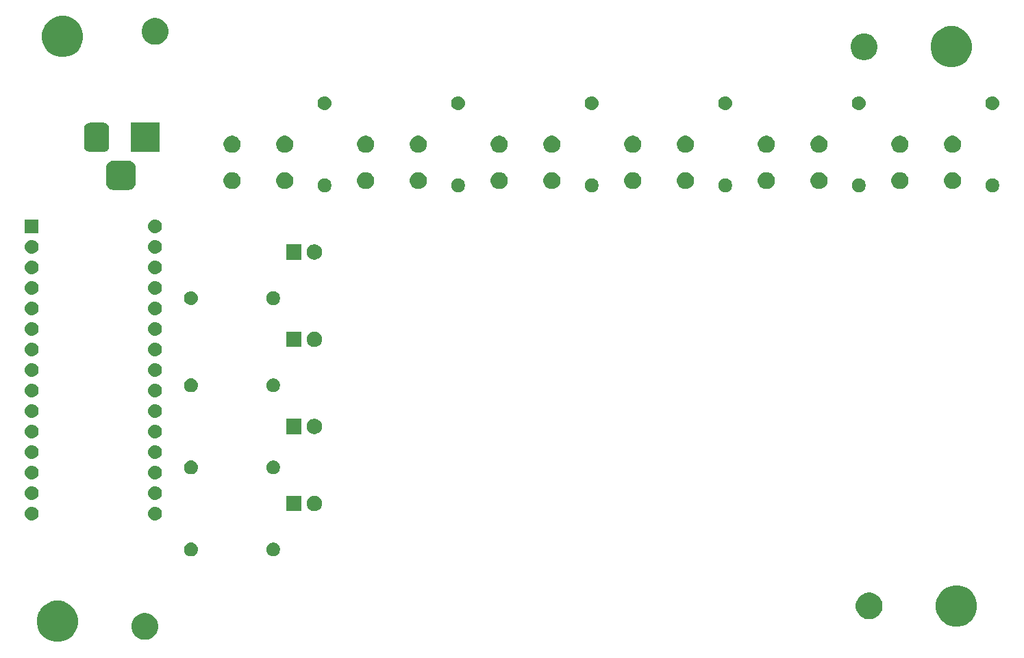
<source format=gbr>
G04 #@! TF.GenerationSoftware,KiCad,Pcbnew,(5.1.2)-1*
G04 #@! TF.CreationDate,2019-05-08T22:22:59+02:00*
G04 #@! TF.ProjectId,LED MATRIX Anzeige,4c454420-4d41-4545-9249-5820416e7a65,rev?*
G04 #@! TF.SameCoordinates,Original*
G04 #@! TF.FileFunction,Soldermask,Bot*
G04 #@! TF.FilePolarity,Negative*
%FSLAX46Y46*%
G04 Gerber Fmt 4.6, Leading zero omitted, Abs format (unit mm)*
G04 Created by KiCad (PCBNEW (5.1.2)-1) date 2019-05-08 22:22:59*
%MOMM*%
%LPD*%
G04 APERTURE LIST*
%ADD10C,0.100000*%
G04 APERTURE END LIST*
D10*
G36*
X76944098Y-113752033D02*
G01*
X77408350Y-113944332D01*
X77408352Y-113944333D01*
X77826168Y-114223509D01*
X78181491Y-114578832D01*
X78316962Y-114781579D01*
X78460668Y-114996650D01*
X78652967Y-115460902D01*
X78751000Y-115953747D01*
X78751000Y-116456253D01*
X78652967Y-116949098D01*
X78460668Y-117413350D01*
X78460667Y-117413352D01*
X78181491Y-117831168D01*
X77826168Y-118186491D01*
X77408352Y-118465667D01*
X77408351Y-118465668D01*
X77408350Y-118465668D01*
X76944098Y-118657967D01*
X76451253Y-118756000D01*
X75948747Y-118756000D01*
X75455902Y-118657967D01*
X74991650Y-118465668D01*
X74991649Y-118465668D01*
X74991648Y-118465667D01*
X74573832Y-118186491D01*
X74218509Y-117831168D01*
X73939333Y-117413352D01*
X73939332Y-117413350D01*
X73747033Y-116949098D01*
X73649000Y-116456253D01*
X73649000Y-115953747D01*
X73747033Y-115460902D01*
X73939332Y-114996650D01*
X74083038Y-114781579D01*
X74218509Y-114578832D01*
X74573832Y-114223509D01*
X74991648Y-113944333D01*
X74991650Y-113944332D01*
X75455902Y-113752033D01*
X75948747Y-113654000D01*
X76451253Y-113654000D01*
X76944098Y-113752033D01*
X76944098Y-113752033D01*
G37*
G36*
X87370256Y-115231298D02*
G01*
X87476579Y-115252447D01*
X87777042Y-115376903D01*
X88047451Y-115557585D01*
X88277415Y-115787549D01*
X88458097Y-116057958D01*
X88550688Y-116281491D01*
X88582553Y-116358422D01*
X88622783Y-116560668D01*
X88646000Y-116677391D01*
X88646000Y-117002609D01*
X88582553Y-117321579D01*
X88458097Y-117622042D01*
X88277415Y-117892451D01*
X88047451Y-118122415D01*
X87777042Y-118303097D01*
X87476579Y-118427553D01*
X87370256Y-118448702D01*
X87157611Y-118491000D01*
X86832389Y-118491000D01*
X86619744Y-118448702D01*
X86513421Y-118427553D01*
X86212958Y-118303097D01*
X85942549Y-118122415D01*
X85712585Y-117892451D01*
X85531903Y-117622042D01*
X85407447Y-117321579D01*
X85344000Y-117002609D01*
X85344000Y-116677391D01*
X85367218Y-116560668D01*
X85407447Y-116358422D01*
X85439313Y-116281491D01*
X85531903Y-116057958D01*
X85712585Y-115787549D01*
X85942549Y-115557585D01*
X86212958Y-115376903D01*
X86513421Y-115252447D01*
X86619744Y-115231298D01*
X86832389Y-115189000D01*
X87157611Y-115189000D01*
X87370256Y-115231298D01*
X87370256Y-115231298D01*
G37*
G36*
X188069098Y-111847033D02*
G01*
X188533350Y-112039332D01*
X188533352Y-112039333D01*
X188951168Y-112318509D01*
X189306491Y-112673832D01*
X189585667Y-113091648D01*
X189585668Y-113091650D01*
X189777967Y-113555902D01*
X189876000Y-114048747D01*
X189876000Y-114551253D01*
X189777967Y-115044098D01*
X189585668Y-115508350D01*
X189585667Y-115508352D01*
X189306491Y-115926168D01*
X188951168Y-116281491D01*
X188533352Y-116560667D01*
X188533351Y-116560668D01*
X188533350Y-116560668D01*
X188069098Y-116752967D01*
X187576253Y-116851000D01*
X187073747Y-116851000D01*
X186580902Y-116752967D01*
X186116650Y-116560668D01*
X186116649Y-116560668D01*
X186116648Y-116560667D01*
X185698832Y-116281491D01*
X185343509Y-115926168D01*
X185064333Y-115508352D01*
X185064332Y-115508350D01*
X184872033Y-115044098D01*
X184774000Y-114551253D01*
X184774000Y-114048747D01*
X184872033Y-113555902D01*
X185064332Y-113091650D01*
X185064333Y-113091648D01*
X185343509Y-112673832D01*
X185698832Y-112318509D01*
X186116648Y-112039333D01*
X186116650Y-112039332D01*
X186580902Y-111847033D01*
X187073747Y-111749000D01*
X187576253Y-111749000D01*
X188069098Y-111847033D01*
X188069098Y-111847033D01*
G37*
G36*
X176905256Y-112691298D02*
G01*
X177011579Y-112712447D01*
X177312042Y-112836903D01*
X177582451Y-113017585D01*
X177812415Y-113247549D01*
X177993097Y-113517958D01*
X178117553Y-113818421D01*
X178181000Y-114137391D01*
X178181000Y-114462609D01*
X178117553Y-114781579D01*
X177993097Y-115082042D01*
X177812415Y-115352451D01*
X177582451Y-115582415D01*
X177312042Y-115763097D01*
X177011579Y-115887553D01*
X176905256Y-115908702D01*
X176692611Y-115951000D01*
X176367389Y-115951000D01*
X176154744Y-115908702D01*
X176048421Y-115887553D01*
X175747958Y-115763097D01*
X175477549Y-115582415D01*
X175247585Y-115352451D01*
X175066903Y-115082042D01*
X174942447Y-114781579D01*
X174879000Y-114462609D01*
X174879000Y-114137391D01*
X174942447Y-113818421D01*
X175066903Y-113517958D01*
X175247585Y-113247549D01*
X175477549Y-113017585D01*
X175747958Y-112836903D01*
X176048421Y-112712447D01*
X176154744Y-112691298D01*
X176367389Y-112649000D01*
X176692611Y-112649000D01*
X176905256Y-112691298D01*
X176905256Y-112691298D01*
G37*
G36*
X103118228Y-106496703D02*
G01*
X103273100Y-106560853D01*
X103412481Y-106653985D01*
X103531015Y-106772519D01*
X103624147Y-106911900D01*
X103688297Y-107066772D01*
X103721000Y-107231184D01*
X103721000Y-107398816D01*
X103688297Y-107563228D01*
X103624147Y-107718100D01*
X103531015Y-107857481D01*
X103412481Y-107976015D01*
X103273100Y-108069147D01*
X103118228Y-108133297D01*
X102953816Y-108166000D01*
X102786184Y-108166000D01*
X102621772Y-108133297D01*
X102466900Y-108069147D01*
X102327519Y-107976015D01*
X102208985Y-107857481D01*
X102115853Y-107718100D01*
X102051703Y-107563228D01*
X102019000Y-107398816D01*
X102019000Y-107231184D01*
X102051703Y-107066772D01*
X102115853Y-106911900D01*
X102208985Y-106772519D01*
X102327519Y-106653985D01*
X102466900Y-106560853D01*
X102621772Y-106496703D01*
X102786184Y-106464000D01*
X102953816Y-106464000D01*
X103118228Y-106496703D01*
X103118228Y-106496703D01*
G37*
G36*
X92876823Y-106476313D02*
G01*
X93037242Y-106524976D01*
X93104361Y-106560852D01*
X93185078Y-106603996D01*
X93314659Y-106710341D01*
X93421004Y-106839922D01*
X93421005Y-106839924D01*
X93500024Y-106987758D01*
X93548687Y-107148177D01*
X93565117Y-107315000D01*
X93548687Y-107481823D01*
X93500024Y-107642242D01*
X93459477Y-107718100D01*
X93421004Y-107790078D01*
X93314659Y-107919659D01*
X93185078Y-108026004D01*
X93185076Y-108026005D01*
X93037242Y-108105024D01*
X92876823Y-108153687D01*
X92751804Y-108166000D01*
X92668196Y-108166000D01*
X92543177Y-108153687D01*
X92382758Y-108105024D01*
X92234924Y-108026005D01*
X92234922Y-108026004D01*
X92105341Y-107919659D01*
X91998996Y-107790078D01*
X91960523Y-107718100D01*
X91919976Y-107642242D01*
X91871313Y-107481823D01*
X91854883Y-107315000D01*
X91871313Y-107148177D01*
X91919976Y-106987758D01*
X91998995Y-106839924D01*
X91998996Y-106839922D01*
X92105341Y-106710341D01*
X92234922Y-106603996D01*
X92315639Y-106560852D01*
X92382758Y-106524976D01*
X92543177Y-106476313D01*
X92668196Y-106464000D01*
X92751804Y-106464000D01*
X92876823Y-106476313D01*
X92876823Y-106476313D01*
G37*
G36*
X88431823Y-102031313D02*
G01*
X88592242Y-102079976D01*
X88724906Y-102150886D01*
X88740078Y-102158996D01*
X88869659Y-102265341D01*
X88976004Y-102394922D01*
X88976005Y-102394924D01*
X89055024Y-102542758D01*
X89103687Y-102703177D01*
X89120117Y-102870000D01*
X89103687Y-103036823D01*
X89055024Y-103197242D01*
X88984114Y-103329906D01*
X88976004Y-103345078D01*
X88869659Y-103474659D01*
X88740078Y-103581004D01*
X88740076Y-103581005D01*
X88592242Y-103660024D01*
X88431823Y-103708687D01*
X88306804Y-103721000D01*
X88223196Y-103721000D01*
X88098177Y-103708687D01*
X87937758Y-103660024D01*
X87789924Y-103581005D01*
X87789922Y-103581004D01*
X87660341Y-103474659D01*
X87553996Y-103345078D01*
X87545886Y-103329906D01*
X87474976Y-103197242D01*
X87426313Y-103036823D01*
X87409883Y-102870000D01*
X87426313Y-102703177D01*
X87474976Y-102542758D01*
X87553995Y-102394924D01*
X87553996Y-102394922D01*
X87660341Y-102265341D01*
X87789922Y-102158996D01*
X87805094Y-102150886D01*
X87937758Y-102079976D01*
X88098177Y-102031313D01*
X88223196Y-102019000D01*
X88306804Y-102019000D01*
X88431823Y-102031313D01*
X88431823Y-102031313D01*
G37*
G36*
X73191823Y-102031313D02*
G01*
X73352242Y-102079976D01*
X73484906Y-102150886D01*
X73500078Y-102158996D01*
X73629659Y-102265341D01*
X73736004Y-102394922D01*
X73736005Y-102394924D01*
X73815024Y-102542758D01*
X73863687Y-102703177D01*
X73880117Y-102870000D01*
X73863687Y-103036823D01*
X73815024Y-103197242D01*
X73744114Y-103329906D01*
X73736004Y-103345078D01*
X73629659Y-103474659D01*
X73500078Y-103581004D01*
X73500076Y-103581005D01*
X73352242Y-103660024D01*
X73191823Y-103708687D01*
X73066804Y-103721000D01*
X72983196Y-103721000D01*
X72858177Y-103708687D01*
X72697758Y-103660024D01*
X72549924Y-103581005D01*
X72549922Y-103581004D01*
X72420341Y-103474659D01*
X72313996Y-103345078D01*
X72305886Y-103329906D01*
X72234976Y-103197242D01*
X72186313Y-103036823D01*
X72169883Y-102870000D01*
X72186313Y-102703177D01*
X72234976Y-102542758D01*
X72313995Y-102394924D01*
X72313996Y-102394922D01*
X72420341Y-102265341D01*
X72549922Y-102158996D01*
X72565094Y-102150886D01*
X72697758Y-102079976D01*
X72858177Y-102031313D01*
X72983196Y-102019000D01*
X73066804Y-102019000D01*
X73191823Y-102031313D01*
X73191823Y-102031313D01*
G37*
G36*
X108227395Y-100685546D02*
G01*
X108400466Y-100757234D01*
X108472069Y-100805078D01*
X108556227Y-100861310D01*
X108688690Y-100993773D01*
X108720249Y-101041005D01*
X108792766Y-101149534D01*
X108864454Y-101322605D01*
X108901000Y-101506333D01*
X108901000Y-101693667D01*
X108864454Y-101877395D01*
X108792766Y-102050466D01*
X108773048Y-102079976D01*
X108688690Y-102206227D01*
X108556227Y-102338690D01*
X108477818Y-102391081D01*
X108400466Y-102442766D01*
X108227395Y-102514454D01*
X108043667Y-102551000D01*
X107856333Y-102551000D01*
X107672605Y-102514454D01*
X107499534Y-102442766D01*
X107422182Y-102391081D01*
X107343773Y-102338690D01*
X107211310Y-102206227D01*
X107126952Y-102079976D01*
X107107234Y-102050466D01*
X107035546Y-101877395D01*
X106999000Y-101693667D01*
X106999000Y-101506333D01*
X107035546Y-101322605D01*
X107107234Y-101149534D01*
X107179751Y-101041005D01*
X107211310Y-100993773D01*
X107343773Y-100861310D01*
X107427931Y-100805078D01*
X107499534Y-100757234D01*
X107672605Y-100685546D01*
X107856333Y-100649000D01*
X108043667Y-100649000D01*
X108227395Y-100685546D01*
X108227395Y-100685546D01*
G37*
G36*
X106361000Y-102551000D02*
G01*
X104459000Y-102551000D01*
X104459000Y-100649000D01*
X106361000Y-100649000D01*
X106361000Y-102551000D01*
X106361000Y-102551000D01*
G37*
G36*
X73191823Y-99491313D02*
G01*
X73352242Y-99539976D01*
X73484906Y-99610886D01*
X73500078Y-99618996D01*
X73629659Y-99725341D01*
X73736004Y-99854922D01*
X73736005Y-99854924D01*
X73815024Y-100002758D01*
X73863687Y-100163177D01*
X73880117Y-100330000D01*
X73863687Y-100496823D01*
X73815024Y-100657242D01*
X73744114Y-100789906D01*
X73736004Y-100805078D01*
X73629659Y-100934659D01*
X73500078Y-101041004D01*
X73500076Y-101041005D01*
X73352242Y-101120024D01*
X73191823Y-101168687D01*
X73066804Y-101181000D01*
X72983196Y-101181000D01*
X72858177Y-101168687D01*
X72697758Y-101120024D01*
X72549924Y-101041005D01*
X72549922Y-101041004D01*
X72420341Y-100934659D01*
X72313996Y-100805078D01*
X72305886Y-100789906D01*
X72234976Y-100657242D01*
X72186313Y-100496823D01*
X72169883Y-100330000D01*
X72186313Y-100163177D01*
X72234976Y-100002758D01*
X72313995Y-99854924D01*
X72313996Y-99854922D01*
X72420341Y-99725341D01*
X72549922Y-99618996D01*
X72565094Y-99610886D01*
X72697758Y-99539976D01*
X72858177Y-99491313D01*
X72983196Y-99479000D01*
X73066804Y-99479000D01*
X73191823Y-99491313D01*
X73191823Y-99491313D01*
G37*
G36*
X88431823Y-99491313D02*
G01*
X88592242Y-99539976D01*
X88724906Y-99610886D01*
X88740078Y-99618996D01*
X88869659Y-99725341D01*
X88976004Y-99854922D01*
X88976005Y-99854924D01*
X89055024Y-100002758D01*
X89103687Y-100163177D01*
X89120117Y-100330000D01*
X89103687Y-100496823D01*
X89055024Y-100657242D01*
X88984114Y-100789906D01*
X88976004Y-100805078D01*
X88869659Y-100934659D01*
X88740078Y-101041004D01*
X88740076Y-101041005D01*
X88592242Y-101120024D01*
X88431823Y-101168687D01*
X88306804Y-101181000D01*
X88223196Y-101181000D01*
X88098177Y-101168687D01*
X87937758Y-101120024D01*
X87789924Y-101041005D01*
X87789922Y-101041004D01*
X87660341Y-100934659D01*
X87553996Y-100805078D01*
X87545886Y-100789906D01*
X87474976Y-100657242D01*
X87426313Y-100496823D01*
X87409883Y-100330000D01*
X87426313Y-100163177D01*
X87474976Y-100002758D01*
X87553995Y-99854924D01*
X87553996Y-99854922D01*
X87660341Y-99725341D01*
X87789922Y-99618996D01*
X87805094Y-99610886D01*
X87937758Y-99539976D01*
X88098177Y-99491313D01*
X88223196Y-99479000D01*
X88306804Y-99479000D01*
X88431823Y-99491313D01*
X88431823Y-99491313D01*
G37*
G36*
X73191823Y-96951313D02*
G01*
X73352242Y-96999976D01*
X73484906Y-97070886D01*
X73500078Y-97078996D01*
X73629659Y-97185341D01*
X73736004Y-97314922D01*
X73736005Y-97314924D01*
X73815024Y-97462758D01*
X73863687Y-97623177D01*
X73880117Y-97790000D01*
X73863687Y-97956823D01*
X73815024Y-98117242D01*
X73744114Y-98249906D01*
X73736004Y-98265078D01*
X73629659Y-98394659D01*
X73500078Y-98501004D01*
X73500076Y-98501005D01*
X73352242Y-98580024D01*
X73191823Y-98628687D01*
X73066804Y-98641000D01*
X72983196Y-98641000D01*
X72858177Y-98628687D01*
X72697758Y-98580024D01*
X72549924Y-98501005D01*
X72549922Y-98501004D01*
X72420341Y-98394659D01*
X72313996Y-98265078D01*
X72305886Y-98249906D01*
X72234976Y-98117242D01*
X72186313Y-97956823D01*
X72169883Y-97790000D01*
X72186313Y-97623177D01*
X72234976Y-97462758D01*
X72313995Y-97314924D01*
X72313996Y-97314922D01*
X72420341Y-97185341D01*
X72549922Y-97078996D01*
X72565094Y-97070886D01*
X72697758Y-96999976D01*
X72858177Y-96951313D01*
X72983196Y-96939000D01*
X73066804Y-96939000D01*
X73191823Y-96951313D01*
X73191823Y-96951313D01*
G37*
G36*
X88431823Y-96951313D02*
G01*
X88592242Y-96999976D01*
X88724906Y-97070886D01*
X88740078Y-97078996D01*
X88869659Y-97185341D01*
X88976004Y-97314922D01*
X88976005Y-97314924D01*
X89055024Y-97462758D01*
X89103687Y-97623177D01*
X89120117Y-97790000D01*
X89103687Y-97956823D01*
X89055024Y-98117242D01*
X88984114Y-98249906D01*
X88976004Y-98265078D01*
X88869659Y-98394659D01*
X88740078Y-98501004D01*
X88740076Y-98501005D01*
X88592242Y-98580024D01*
X88431823Y-98628687D01*
X88306804Y-98641000D01*
X88223196Y-98641000D01*
X88098177Y-98628687D01*
X87937758Y-98580024D01*
X87789924Y-98501005D01*
X87789922Y-98501004D01*
X87660341Y-98394659D01*
X87553996Y-98265078D01*
X87545886Y-98249906D01*
X87474976Y-98117242D01*
X87426313Y-97956823D01*
X87409883Y-97790000D01*
X87426313Y-97623177D01*
X87474976Y-97462758D01*
X87553995Y-97314924D01*
X87553996Y-97314922D01*
X87660341Y-97185341D01*
X87789922Y-97078996D01*
X87805094Y-97070886D01*
X87937758Y-96999976D01*
X88098177Y-96951313D01*
X88223196Y-96939000D01*
X88306804Y-96939000D01*
X88431823Y-96951313D01*
X88431823Y-96951313D01*
G37*
G36*
X103118228Y-96336703D02*
G01*
X103273100Y-96400853D01*
X103412481Y-96493985D01*
X103531015Y-96612519D01*
X103624147Y-96751900D01*
X103688297Y-96906772D01*
X103721000Y-97071184D01*
X103721000Y-97238816D01*
X103688297Y-97403228D01*
X103624147Y-97558100D01*
X103531015Y-97697481D01*
X103412481Y-97816015D01*
X103273100Y-97909147D01*
X103118228Y-97973297D01*
X102953816Y-98006000D01*
X102786184Y-98006000D01*
X102621772Y-97973297D01*
X102466900Y-97909147D01*
X102327519Y-97816015D01*
X102208985Y-97697481D01*
X102115853Y-97558100D01*
X102051703Y-97403228D01*
X102019000Y-97238816D01*
X102019000Y-97071184D01*
X102051703Y-96906772D01*
X102115853Y-96751900D01*
X102208985Y-96612519D01*
X102327519Y-96493985D01*
X102466900Y-96400853D01*
X102621772Y-96336703D01*
X102786184Y-96304000D01*
X102953816Y-96304000D01*
X103118228Y-96336703D01*
X103118228Y-96336703D01*
G37*
G36*
X92876823Y-96316313D02*
G01*
X93037242Y-96364976D01*
X93104361Y-96400852D01*
X93185078Y-96443996D01*
X93314659Y-96550341D01*
X93421004Y-96679922D01*
X93421005Y-96679924D01*
X93500024Y-96827758D01*
X93548687Y-96988177D01*
X93565117Y-97155000D01*
X93548687Y-97321823D01*
X93500024Y-97482242D01*
X93459477Y-97558100D01*
X93421004Y-97630078D01*
X93314659Y-97759659D01*
X93185078Y-97866004D01*
X93185076Y-97866005D01*
X93037242Y-97945024D01*
X92876823Y-97993687D01*
X92751804Y-98006000D01*
X92668196Y-98006000D01*
X92543177Y-97993687D01*
X92382758Y-97945024D01*
X92234924Y-97866005D01*
X92234922Y-97866004D01*
X92105341Y-97759659D01*
X91998996Y-97630078D01*
X91960523Y-97558100D01*
X91919976Y-97482242D01*
X91871313Y-97321823D01*
X91854883Y-97155000D01*
X91871313Y-96988177D01*
X91919976Y-96827758D01*
X91998995Y-96679924D01*
X91998996Y-96679922D01*
X92105341Y-96550341D01*
X92234922Y-96443996D01*
X92315639Y-96400852D01*
X92382758Y-96364976D01*
X92543177Y-96316313D01*
X92668196Y-96304000D01*
X92751804Y-96304000D01*
X92876823Y-96316313D01*
X92876823Y-96316313D01*
G37*
G36*
X88431823Y-94411313D02*
G01*
X88592242Y-94459976D01*
X88724906Y-94530886D01*
X88740078Y-94538996D01*
X88869659Y-94645341D01*
X88976004Y-94774922D01*
X88976005Y-94774924D01*
X89055024Y-94922758D01*
X89103687Y-95083177D01*
X89120117Y-95250000D01*
X89103687Y-95416823D01*
X89055024Y-95577242D01*
X88984114Y-95709906D01*
X88976004Y-95725078D01*
X88869659Y-95854659D01*
X88740078Y-95961004D01*
X88740076Y-95961005D01*
X88592242Y-96040024D01*
X88431823Y-96088687D01*
X88306804Y-96101000D01*
X88223196Y-96101000D01*
X88098177Y-96088687D01*
X87937758Y-96040024D01*
X87789924Y-95961005D01*
X87789922Y-95961004D01*
X87660341Y-95854659D01*
X87553996Y-95725078D01*
X87545886Y-95709906D01*
X87474976Y-95577242D01*
X87426313Y-95416823D01*
X87409883Y-95250000D01*
X87426313Y-95083177D01*
X87474976Y-94922758D01*
X87553995Y-94774924D01*
X87553996Y-94774922D01*
X87660341Y-94645341D01*
X87789922Y-94538996D01*
X87805094Y-94530886D01*
X87937758Y-94459976D01*
X88098177Y-94411313D01*
X88223196Y-94399000D01*
X88306804Y-94399000D01*
X88431823Y-94411313D01*
X88431823Y-94411313D01*
G37*
G36*
X73191823Y-94411313D02*
G01*
X73352242Y-94459976D01*
X73484906Y-94530886D01*
X73500078Y-94538996D01*
X73629659Y-94645341D01*
X73736004Y-94774922D01*
X73736005Y-94774924D01*
X73815024Y-94922758D01*
X73863687Y-95083177D01*
X73880117Y-95250000D01*
X73863687Y-95416823D01*
X73815024Y-95577242D01*
X73744114Y-95709906D01*
X73736004Y-95725078D01*
X73629659Y-95854659D01*
X73500078Y-95961004D01*
X73500076Y-95961005D01*
X73352242Y-96040024D01*
X73191823Y-96088687D01*
X73066804Y-96101000D01*
X72983196Y-96101000D01*
X72858177Y-96088687D01*
X72697758Y-96040024D01*
X72549924Y-95961005D01*
X72549922Y-95961004D01*
X72420341Y-95854659D01*
X72313996Y-95725078D01*
X72305886Y-95709906D01*
X72234976Y-95577242D01*
X72186313Y-95416823D01*
X72169883Y-95250000D01*
X72186313Y-95083177D01*
X72234976Y-94922758D01*
X72313995Y-94774924D01*
X72313996Y-94774922D01*
X72420341Y-94645341D01*
X72549922Y-94538996D01*
X72565094Y-94530886D01*
X72697758Y-94459976D01*
X72858177Y-94411313D01*
X72983196Y-94399000D01*
X73066804Y-94399000D01*
X73191823Y-94411313D01*
X73191823Y-94411313D01*
G37*
G36*
X88431823Y-91871313D02*
G01*
X88592242Y-91919976D01*
X88707033Y-91981333D01*
X88740078Y-91998996D01*
X88869659Y-92105341D01*
X88976004Y-92234922D01*
X88976005Y-92234924D01*
X89055024Y-92382758D01*
X89103687Y-92543177D01*
X89120117Y-92710000D01*
X89103687Y-92876823D01*
X89055024Y-93037242D01*
X88984114Y-93169906D01*
X88976004Y-93185078D01*
X88869659Y-93314659D01*
X88740078Y-93421004D01*
X88740076Y-93421005D01*
X88592242Y-93500024D01*
X88431823Y-93548687D01*
X88306804Y-93561000D01*
X88223196Y-93561000D01*
X88098177Y-93548687D01*
X87937758Y-93500024D01*
X87789924Y-93421005D01*
X87789922Y-93421004D01*
X87660341Y-93314659D01*
X87553996Y-93185078D01*
X87545886Y-93169906D01*
X87474976Y-93037242D01*
X87426313Y-92876823D01*
X87409883Y-92710000D01*
X87426313Y-92543177D01*
X87474976Y-92382758D01*
X87553995Y-92234924D01*
X87553996Y-92234922D01*
X87660341Y-92105341D01*
X87789922Y-91998996D01*
X87822967Y-91981333D01*
X87937758Y-91919976D01*
X88098177Y-91871313D01*
X88223196Y-91859000D01*
X88306804Y-91859000D01*
X88431823Y-91871313D01*
X88431823Y-91871313D01*
G37*
G36*
X73191823Y-91871313D02*
G01*
X73352242Y-91919976D01*
X73467033Y-91981333D01*
X73500078Y-91998996D01*
X73629659Y-92105341D01*
X73736004Y-92234922D01*
X73736005Y-92234924D01*
X73815024Y-92382758D01*
X73863687Y-92543177D01*
X73880117Y-92710000D01*
X73863687Y-92876823D01*
X73815024Y-93037242D01*
X73744114Y-93169906D01*
X73736004Y-93185078D01*
X73629659Y-93314659D01*
X73500078Y-93421004D01*
X73500076Y-93421005D01*
X73352242Y-93500024D01*
X73191823Y-93548687D01*
X73066804Y-93561000D01*
X72983196Y-93561000D01*
X72858177Y-93548687D01*
X72697758Y-93500024D01*
X72549924Y-93421005D01*
X72549922Y-93421004D01*
X72420341Y-93314659D01*
X72313996Y-93185078D01*
X72305886Y-93169906D01*
X72234976Y-93037242D01*
X72186313Y-92876823D01*
X72169883Y-92710000D01*
X72186313Y-92543177D01*
X72234976Y-92382758D01*
X72313995Y-92234924D01*
X72313996Y-92234922D01*
X72420341Y-92105341D01*
X72549922Y-91998996D01*
X72582967Y-91981333D01*
X72697758Y-91919976D01*
X72858177Y-91871313D01*
X72983196Y-91859000D01*
X73066804Y-91859000D01*
X73191823Y-91871313D01*
X73191823Y-91871313D01*
G37*
G36*
X108227395Y-91160546D02*
G01*
X108400466Y-91232234D01*
X108400467Y-91232235D01*
X108556227Y-91336310D01*
X108688690Y-91468773D01*
X108688691Y-91468775D01*
X108792766Y-91624534D01*
X108864454Y-91797605D01*
X108901000Y-91981333D01*
X108901000Y-92168667D01*
X108864454Y-92352395D01*
X108792766Y-92525466D01*
X108792765Y-92525467D01*
X108688690Y-92681227D01*
X108556227Y-92813690D01*
X108477818Y-92866081D01*
X108400466Y-92917766D01*
X108227395Y-92989454D01*
X108043667Y-93026000D01*
X107856333Y-93026000D01*
X107672605Y-92989454D01*
X107499534Y-92917766D01*
X107422182Y-92866081D01*
X107343773Y-92813690D01*
X107211310Y-92681227D01*
X107107235Y-92525467D01*
X107107234Y-92525466D01*
X107035546Y-92352395D01*
X106999000Y-92168667D01*
X106999000Y-91981333D01*
X107035546Y-91797605D01*
X107107234Y-91624534D01*
X107211309Y-91468775D01*
X107211310Y-91468773D01*
X107343773Y-91336310D01*
X107499533Y-91232235D01*
X107499534Y-91232234D01*
X107672605Y-91160546D01*
X107856333Y-91124000D01*
X108043667Y-91124000D01*
X108227395Y-91160546D01*
X108227395Y-91160546D01*
G37*
G36*
X106361000Y-93026000D02*
G01*
X104459000Y-93026000D01*
X104459000Y-91124000D01*
X106361000Y-91124000D01*
X106361000Y-93026000D01*
X106361000Y-93026000D01*
G37*
G36*
X73191823Y-89331313D02*
G01*
X73352242Y-89379976D01*
X73484906Y-89450886D01*
X73500078Y-89458996D01*
X73629659Y-89565341D01*
X73736004Y-89694922D01*
X73736005Y-89694924D01*
X73815024Y-89842758D01*
X73863687Y-90003177D01*
X73880117Y-90170000D01*
X73863687Y-90336823D01*
X73815024Y-90497242D01*
X73744114Y-90629906D01*
X73736004Y-90645078D01*
X73629659Y-90774659D01*
X73500078Y-90881004D01*
X73500076Y-90881005D01*
X73352242Y-90960024D01*
X73191823Y-91008687D01*
X73066804Y-91021000D01*
X72983196Y-91021000D01*
X72858177Y-91008687D01*
X72697758Y-90960024D01*
X72549924Y-90881005D01*
X72549922Y-90881004D01*
X72420341Y-90774659D01*
X72313996Y-90645078D01*
X72305886Y-90629906D01*
X72234976Y-90497242D01*
X72186313Y-90336823D01*
X72169883Y-90170000D01*
X72186313Y-90003177D01*
X72234976Y-89842758D01*
X72313995Y-89694924D01*
X72313996Y-89694922D01*
X72420341Y-89565341D01*
X72549922Y-89458996D01*
X72565094Y-89450886D01*
X72697758Y-89379976D01*
X72858177Y-89331313D01*
X72983196Y-89319000D01*
X73066804Y-89319000D01*
X73191823Y-89331313D01*
X73191823Y-89331313D01*
G37*
G36*
X88431823Y-89331313D02*
G01*
X88592242Y-89379976D01*
X88724906Y-89450886D01*
X88740078Y-89458996D01*
X88869659Y-89565341D01*
X88976004Y-89694922D01*
X88976005Y-89694924D01*
X89055024Y-89842758D01*
X89103687Y-90003177D01*
X89120117Y-90170000D01*
X89103687Y-90336823D01*
X89055024Y-90497242D01*
X88984114Y-90629906D01*
X88976004Y-90645078D01*
X88869659Y-90774659D01*
X88740078Y-90881004D01*
X88740076Y-90881005D01*
X88592242Y-90960024D01*
X88431823Y-91008687D01*
X88306804Y-91021000D01*
X88223196Y-91021000D01*
X88098177Y-91008687D01*
X87937758Y-90960024D01*
X87789924Y-90881005D01*
X87789922Y-90881004D01*
X87660341Y-90774659D01*
X87553996Y-90645078D01*
X87545886Y-90629906D01*
X87474976Y-90497242D01*
X87426313Y-90336823D01*
X87409883Y-90170000D01*
X87426313Y-90003177D01*
X87474976Y-89842758D01*
X87553995Y-89694924D01*
X87553996Y-89694922D01*
X87660341Y-89565341D01*
X87789922Y-89458996D01*
X87805094Y-89450886D01*
X87937758Y-89379976D01*
X88098177Y-89331313D01*
X88223196Y-89319000D01*
X88306804Y-89319000D01*
X88431823Y-89331313D01*
X88431823Y-89331313D01*
G37*
G36*
X73191823Y-86791313D02*
G01*
X73352242Y-86839976D01*
X73484906Y-86910886D01*
X73500078Y-86918996D01*
X73629659Y-87025341D01*
X73736004Y-87154922D01*
X73736005Y-87154924D01*
X73815024Y-87302758D01*
X73863687Y-87463177D01*
X73880117Y-87630000D01*
X73863687Y-87796823D01*
X73815024Y-87957242D01*
X73744114Y-88089906D01*
X73736004Y-88105078D01*
X73629659Y-88234659D01*
X73500078Y-88341004D01*
X73500076Y-88341005D01*
X73352242Y-88420024D01*
X73191823Y-88468687D01*
X73066804Y-88481000D01*
X72983196Y-88481000D01*
X72858177Y-88468687D01*
X72697758Y-88420024D01*
X72549924Y-88341005D01*
X72549922Y-88341004D01*
X72420341Y-88234659D01*
X72313996Y-88105078D01*
X72305886Y-88089906D01*
X72234976Y-87957242D01*
X72186313Y-87796823D01*
X72169883Y-87630000D01*
X72186313Y-87463177D01*
X72234976Y-87302758D01*
X72313995Y-87154924D01*
X72313996Y-87154922D01*
X72420341Y-87025341D01*
X72549922Y-86918996D01*
X72565094Y-86910886D01*
X72697758Y-86839976D01*
X72858177Y-86791313D01*
X72983196Y-86779000D01*
X73066804Y-86779000D01*
X73191823Y-86791313D01*
X73191823Y-86791313D01*
G37*
G36*
X88431823Y-86791313D02*
G01*
X88592242Y-86839976D01*
X88724906Y-86910886D01*
X88740078Y-86918996D01*
X88869659Y-87025341D01*
X88976004Y-87154922D01*
X88976005Y-87154924D01*
X89055024Y-87302758D01*
X89103687Y-87463177D01*
X89120117Y-87630000D01*
X89103687Y-87796823D01*
X89055024Y-87957242D01*
X88984114Y-88089906D01*
X88976004Y-88105078D01*
X88869659Y-88234659D01*
X88740078Y-88341004D01*
X88740076Y-88341005D01*
X88592242Y-88420024D01*
X88431823Y-88468687D01*
X88306804Y-88481000D01*
X88223196Y-88481000D01*
X88098177Y-88468687D01*
X87937758Y-88420024D01*
X87789924Y-88341005D01*
X87789922Y-88341004D01*
X87660341Y-88234659D01*
X87553996Y-88105078D01*
X87545886Y-88089906D01*
X87474976Y-87957242D01*
X87426313Y-87796823D01*
X87409883Y-87630000D01*
X87426313Y-87463177D01*
X87474976Y-87302758D01*
X87553995Y-87154924D01*
X87553996Y-87154922D01*
X87660341Y-87025341D01*
X87789922Y-86918996D01*
X87805094Y-86910886D01*
X87937758Y-86839976D01*
X88098177Y-86791313D01*
X88223196Y-86779000D01*
X88306804Y-86779000D01*
X88431823Y-86791313D01*
X88431823Y-86791313D01*
G37*
G36*
X103118228Y-86176703D02*
G01*
X103273100Y-86240853D01*
X103412481Y-86333985D01*
X103531015Y-86452519D01*
X103624147Y-86591900D01*
X103688297Y-86746772D01*
X103721000Y-86911184D01*
X103721000Y-87078816D01*
X103688297Y-87243228D01*
X103624147Y-87398100D01*
X103531015Y-87537481D01*
X103412481Y-87656015D01*
X103273100Y-87749147D01*
X103118228Y-87813297D01*
X102953816Y-87846000D01*
X102786184Y-87846000D01*
X102621772Y-87813297D01*
X102466900Y-87749147D01*
X102327519Y-87656015D01*
X102208985Y-87537481D01*
X102115853Y-87398100D01*
X102051703Y-87243228D01*
X102019000Y-87078816D01*
X102019000Y-86911184D01*
X102051703Y-86746772D01*
X102115853Y-86591900D01*
X102208985Y-86452519D01*
X102327519Y-86333985D01*
X102466900Y-86240853D01*
X102621772Y-86176703D01*
X102786184Y-86144000D01*
X102953816Y-86144000D01*
X103118228Y-86176703D01*
X103118228Y-86176703D01*
G37*
G36*
X92876823Y-86156313D02*
G01*
X93037242Y-86204976D01*
X93104361Y-86240852D01*
X93185078Y-86283996D01*
X93314659Y-86390341D01*
X93421004Y-86519922D01*
X93421005Y-86519924D01*
X93500024Y-86667758D01*
X93548687Y-86828177D01*
X93565117Y-86995000D01*
X93548687Y-87161823D01*
X93500024Y-87322242D01*
X93459477Y-87398100D01*
X93421004Y-87470078D01*
X93314659Y-87599659D01*
X93185078Y-87706004D01*
X93185076Y-87706005D01*
X93037242Y-87785024D01*
X92876823Y-87833687D01*
X92751804Y-87846000D01*
X92668196Y-87846000D01*
X92543177Y-87833687D01*
X92382758Y-87785024D01*
X92234924Y-87706005D01*
X92234922Y-87706004D01*
X92105341Y-87599659D01*
X91998996Y-87470078D01*
X91960523Y-87398100D01*
X91919976Y-87322242D01*
X91871313Y-87161823D01*
X91854883Y-86995000D01*
X91871313Y-86828177D01*
X91919976Y-86667758D01*
X91998995Y-86519924D01*
X91998996Y-86519922D01*
X92105341Y-86390341D01*
X92234922Y-86283996D01*
X92315639Y-86240852D01*
X92382758Y-86204976D01*
X92543177Y-86156313D01*
X92668196Y-86144000D01*
X92751804Y-86144000D01*
X92876823Y-86156313D01*
X92876823Y-86156313D01*
G37*
G36*
X73191823Y-84251313D02*
G01*
X73352242Y-84299976D01*
X73484906Y-84370886D01*
X73500078Y-84378996D01*
X73629659Y-84485341D01*
X73736004Y-84614922D01*
X73736005Y-84614924D01*
X73815024Y-84762758D01*
X73863687Y-84923177D01*
X73880117Y-85090000D01*
X73863687Y-85256823D01*
X73815024Y-85417242D01*
X73744114Y-85549906D01*
X73736004Y-85565078D01*
X73629659Y-85694659D01*
X73500078Y-85801004D01*
X73500076Y-85801005D01*
X73352242Y-85880024D01*
X73191823Y-85928687D01*
X73066804Y-85941000D01*
X72983196Y-85941000D01*
X72858177Y-85928687D01*
X72697758Y-85880024D01*
X72549924Y-85801005D01*
X72549922Y-85801004D01*
X72420341Y-85694659D01*
X72313996Y-85565078D01*
X72305886Y-85549906D01*
X72234976Y-85417242D01*
X72186313Y-85256823D01*
X72169883Y-85090000D01*
X72186313Y-84923177D01*
X72234976Y-84762758D01*
X72313995Y-84614924D01*
X72313996Y-84614922D01*
X72420341Y-84485341D01*
X72549922Y-84378996D01*
X72565094Y-84370886D01*
X72697758Y-84299976D01*
X72858177Y-84251313D01*
X72983196Y-84239000D01*
X73066804Y-84239000D01*
X73191823Y-84251313D01*
X73191823Y-84251313D01*
G37*
G36*
X88431823Y-84251313D02*
G01*
X88592242Y-84299976D01*
X88724906Y-84370886D01*
X88740078Y-84378996D01*
X88869659Y-84485341D01*
X88976004Y-84614922D01*
X88976005Y-84614924D01*
X89055024Y-84762758D01*
X89103687Y-84923177D01*
X89120117Y-85090000D01*
X89103687Y-85256823D01*
X89055024Y-85417242D01*
X88984114Y-85549906D01*
X88976004Y-85565078D01*
X88869659Y-85694659D01*
X88740078Y-85801004D01*
X88740076Y-85801005D01*
X88592242Y-85880024D01*
X88431823Y-85928687D01*
X88306804Y-85941000D01*
X88223196Y-85941000D01*
X88098177Y-85928687D01*
X87937758Y-85880024D01*
X87789924Y-85801005D01*
X87789922Y-85801004D01*
X87660341Y-85694659D01*
X87553996Y-85565078D01*
X87545886Y-85549906D01*
X87474976Y-85417242D01*
X87426313Y-85256823D01*
X87409883Y-85090000D01*
X87426313Y-84923177D01*
X87474976Y-84762758D01*
X87553995Y-84614924D01*
X87553996Y-84614922D01*
X87660341Y-84485341D01*
X87789922Y-84378996D01*
X87805094Y-84370886D01*
X87937758Y-84299976D01*
X88098177Y-84251313D01*
X88223196Y-84239000D01*
X88306804Y-84239000D01*
X88431823Y-84251313D01*
X88431823Y-84251313D01*
G37*
G36*
X88431823Y-81711313D02*
G01*
X88592242Y-81759976D01*
X88724906Y-81830886D01*
X88740078Y-81838996D01*
X88869659Y-81945341D01*
X88976004Y-82074922D01*
X88976005Y-82074924D01*
X89055024Y-82222758D01*
X89103687Y-82383177D01*
X89120117Y-82550000D01*
X89103687Y-82716823D01*
X89055024Y-82877242D01*
X88984114Y-83009906D01*
X88976004Y-83025078D01*
X88869659Y-83154659D01*
X88740078Y-83261004D01*
X88740076Y-83261005D01*
X88592242Y-83340024D01*
X88431823Y-83388687D01*
X88306804Y-83401000D01*
X88223196Y-83401000D01*
X88098177Y-83388687D01*
X87937758Y-83340024D01*
X87789924Y-83261005D01*
X87789922Y-83261004D01*
X87660341Y-83154659D01*
X87553996Y-83025078D01*
X87545886Y-83009906D01*
X87474976Y-82877242D01*
X87426313Y-82716823D01*
X87409883Y-82550000D01*
X87426313Y-82383177D01*
X87474976Y-82222758D01*
X87553995Y-82074924D01*
X87553996Y-82074922D01*
X87660341Y-81945341D01*
X87789922Y-81838996D01*
X87805094Y-81830886D01*
X87937758Y-81759976D01*
X88098177Y-81711313D01*
X88223196Y-81699000D01*
X88306804Y-81699000D01*
X88431823Y-81711313D01*
X88431823Y-81711313D01*
G37*
G36*
X73191823Y-81711313D02*
G01*
X73352242Y-81759976D01*
X73484906Y-81830886D01*
X73500078Y-81838996D01*
X73629659Y-81945341D01*
X73736004Y-82074922D01*
X73736005Y-82074924D01*
X73815024Y-82222758D01*
X73863687Y-82383177D01*
X73880117Y-82550000D01*
X73863687Y-82716823D01*
X73815024Y-82877242D01*
X73744114Y-83009906D01*
X73736004Y-83025078D01*
X73629659Y-83154659D01*
X73500078Y-83261004D01*
X73500076Y-83261005D01*
X73352242Y-83340024D01*
X73191823Y-83388687D01*
X73066804Y-83401000D01*
X72983196Y-83401000D01*
X72858177Y-83388687D01*
X72697758Y-83340024D01*
X72549924Y-83261005D01*
X72549922Y-83261004D01*
X72420341Y-83154659D01*
X72313996Y-83025078D01*
X72305886Y-83009906D01*
X72234976Y-82877242D01*
X72186313Y-82716823D01*
X72169883Y-82550000D01*
X72186313Y-82383177D01*
X72234976Y-82222758D01*
X72313995Y-82074924D01*
X72313996Y-82074922D01*
X72420341Y-81945341D01*
X72549922Y-81838996D01*
X72565094Y-81830886D01*
X72697758Y-81759976D01*
X72858177Y-81711313D01*
X72983196Y-81699000D01*
X73066804Y-81699000D01*
X73191823Y-81711313D01*
X73191823Y-81711313D01*
G37*
G36*
X108227395Y-80365546D02*
G01*
X108400466Y-80437234D01*
X108472069Y-80485078D01*
X108556227Y-80541310D01*
X108688690Y-80673773D01*
X108720249Y-80721005D01*
X108792766Y-80829534D01*
X108864454Y-81002605D01*
X108901000Y-81186333D01*
X108901000Y-81373667D01*
X108864454Y-81557395D01*
X108792766Y-81730466D01*
X108773048Y-81759976D01*
X108688690Y-81886227D01*
X108556227Y-82018690D01*
X108477818Y-82071081D01*
X108400466Y-82122766D01*
X108227395Y-82194454D01*
X108043667Y-82231000D01*
X107856333Y-82231000D01*
X107672605Y-82194454D01*
X107499534Y-82122766D01*
X107422182Y-82071081D01*
X107343773Y-82018690D01*
X107211310Y-81886227D01*
X107126952Y-81759976D01*
X107107234Y-81730466D01*
X107035546Y-81557395D01*
X106999000Y-81373667D01*
X106999000Y-81186333D01*
X107035546Y-81002605D01*
X107107234Y-80829534D01*
X107179751Y-80721005D01*
X107211310Y-80673773D01*
X107343773Y-80541310D01*
X107427931Y-80485078D01*
X107499534Y-80437234D01*
X107672605Y-80365546D01*
X107856333Y-80329000D01*
X108043667Y-80329000D01*
X108227395Y-80365546D01*
X108227395Y-80365546D01*
G37*
G36*
X106361000Y-82231000D02*
G01*
X104459000Y-82231000D01*
X104459000Y-80329000D01*
X106361000Y-80329000D01*
X106361000Y-82231000D01*
X106361000Y-82231000D01*
G37*
G36*
X88431823Y-79171313D02*
G01*
X88592242Y-79219976D01*
X88724906Y-79290886D01*
X88740078Y-79298996D01*
X88869659Y-79405341D01*
X88976004Y-79534922D01*
X88976005Y-79534924D01*
X89055024Y-79682758D01*
X89103687Y-79843177D01*
X89120117Y-80010000D01*
X89103687Y-80176823D01*
X89055024Y-80337242D01*
X88984114Y-80469906D01*
X88976004Y-80485078D01*
X88869659Y-80614659D01*
X88740078Y-80721004D01*
X88740076Y-80721005D01*
X88592242Y-80800024D01*
X88431823Y-80848687D01*
X88306804Y-80861000D01*
X88223196Y-80861000D01*
X88098177Y-80848687D01*
X87937758Y-80800024D01*
X87789924Y-80721005D01*
X87789922Y-80721004D01*
X87660341Y-80614659D01*
X87553996Y-80485078D01*
X87545886Y-80469906D01*
X87474976Y-80337242D01*
X87426313Y-80176823D01*
X87409883Y-80010000D01*
X87426313Y-79843177D01*
X87474976Y-79682758D01*
X87553995Y-79534924D01*
X87553996Y-79534922D01*
X87660341Y-79405341D01*
X87789922Y-79298996D01*
X87805094Y-79290886D01*
X87937758Y-79219976D01*
X88098177Y-79171313D01*
X88223196Y-79159000D01*
X88306804Y-79159000D01*
X88431823Y-79171313D01*
X88431823Y-79171313D01*
G37*
G36*
X73191823Y-79171313D02*
G01*
X73352242Y-79219976D01*
X73484906Y-79290886D01*
X73500078Y-79298996D01*
X73629659Y-79405341D01*
X73736004Y-79534922D01*
X73736005Y-79534924D01*
X73815024Y-79682758D01*
X73863687Y-79843177D01*
X73880117Y-80010000D01*
X73863687Y-80176823D01*
X73815024Y-80337242D01*
X73744114Y-80469906D01*
X73736004Y-80485078D01*
X73629659Y-80614659D01*
X73500078Y-80721004D01*
X73500076Y-80721005D01*
X73352242Y-80800024D01*
X73191823Y-80848687D01*
X73066804Y-80861000D01*
X72983196Y-80861000D01*
X72858177Y-80848687D01*
X72697758Y-80800024D01*
X72549924Y-80721005D01*
X72549922Y-80721004D01*
X72420341Y-80614659D01*
X72313996Y-80485078D01*
X72305886Y-80469906D01*
X72234976Y-80337242D01*
X72186313Y-80176823D01*
X72169883Y-80010000D01*
X72186313Y-79843177D01*
X72234976Y-79682758D01*
X72313995Y-79534924D01*
X72313996Y-79534922D01*
X72420341Y-79405341D01*
X72549922Y-79298996D01*
X72565094Y-79290886D01*
X72697758Y-79219976D01*
X72858177Y-79171313D01*
X72983196Y-79159000D01*
X73066804Y-79159000D01*
X73191823Y-79171313D01*
X73191823Y-79171313D01*
G37*
G36*
X73191823Y-76631313D02*
G01*
X73352242Y-76679976D01*
X73484906Y-76750886D01*
X73500078Y-76758996D01*
X73629659Y-76865341D01*
X73736004Y-76994922D01*
X73736005Y-76994924D01*
X73815024Y-77142758D01*
X73863687Y-77303177D01*
X73880117Y-77470000D01*
X73863687Y-77636823D01*
X73815024Y-77797242D01*
X73744114Y-77929906D01*
X73736004Y-77945078D01*
X73629659Y-78074659D01*
X73500078Y-78181004D01*
X73500076Y-78181005D01*
X73352242Y-78260024D01*
X73191823Y-78308687D01*
X73066804Y-78321000D01*
X72983196Y-78321000D01*
X72858177Y-78308687D01*
X72697758Y-78260024D01*
X72549924Y-78181005D01*
X72549922Y-78181004D01*
X72420341Y-78074659D01*
X72313996Y-77945078D01*
X72305886Y-77929906D01*
X72234976Y-77797242D01*
X72186313Y-77636823D01*
X72169883Y-77470000D01*
X72186313Y-77303177D01*
X72234976Y-77142758D01*
X72313995Y-76994924D01*
X72313996Y-76994922D01*
X72420341Y-76865341D01*
X72549922Y-76758996D01*
X72565094Y-76750886D01*
X72697758Y-76679976D01*
X72858177Y-76631313D01*
X72983196Y-76619000D01*
X73066804Y-76619000D01*
X73191823Y-76631313D01*
X73191823Y-76631313D01*
G37*
G36*
X88431823Y-76631313D02*
G01*
X88592242Y-76679976D01*
X88724906Y-76750886D01*
X88740078Y-76758996D01*
X88869659Y-76865341D01*
X88976004Y-76994922D01*
X88976005Y-76994924D01*
X89055024Y-77142758D01*
X89103687Y-77303177D01*
X89120117Y-77470000D01*
X89103687Y-77636823D01*
X89055024Y-77797242D01*
X88984114Y-77929906D01*
X88976004Y-77945078D01*
X88869659Y-78074659D01*
X88740078Y-78181004D01*
X88740076Y-78181005D01*
X88592242Y-78260024D01*
X88431823Y-78308687D01*
X88306804Y-78321000D01*
X88223196Y-78321000D01*
X88098177Y-78308687D01*
X87937758Y-78260024D01*
X87789924Y-78181005D01*
X87789922Y-78181004D01*
X87660341Y-78074659D01*
X87553996Y-77945078D01*
X87545886Y-77929906D01*
X87474976Y-77797242D01*
X87426313Y-77636823D01*
X87409883Y-77470000D01*
X87426313Y-77303177D01*
X87474976Y-77142758D01*
X87553995Y-76994924D01*
X87553996Y-76994922D01*
X87660341Y-76865341D01*
X87789922Y-76758996D01*
X87805094Y-76750886D01*
X87937758Y-76679976D01*
X88098177Y-76631313D01*
X88223196Y-76619000D01*
X88306804Y-76619000D01*
X88431823Y-76631313D01*
X88431823Y-76631313D01*
G37*
G36*
X92876823Y-75361313D02*
G01*
X93037242Y-75409976D01*
X93104361Y-75445852D01*
X93185078Y-75488996D01*
X93314659Y-75595341D01*
X93421004Y-75724922D01*
X93421005Y-75724924D01*
X93500024Y-75872758D01*
X93548687Y-76033177D01*
X93565117Y-76200000D01*
X93548687Y-76366823D01*
X93500024Y-76527242D01*
X93459477Y-76603100D01*
X93421004Y-76675078D01*
X93314659Y-76804659D01*
X93185078Y-76911004D01*
X93185076Y-76911005D01*
X93037242Y-76990024D01*
X92876823Y-77038687D01*
X92751804Y-77051000D01*
X92668196Y-77051000D01*
X92543177Y-77038687D01*
X92382758Y-76990024D01*
X92234924Y-76911005D01*
X92234922Y-76911004D01*
X92105341Y-76804659D01*
X91998996Y-76675078D01*
X91960523Y-76603100D01*
X91919976Y-76527242D01*
X91871313Y-76366823D01*
X91854883Y-76200000D01*
X91871313Y-76033177D01*
X91919976Y-75872758D01*
X91998995Y-75724924D01*
X91998996Y-75724922D01*
X92105341Y-75595341D01*
X92234922Y-75488996D01*
X92315639Y-75445852D01*
X92382758Y-75409976D01*
X92543177Y-75361313D01*
X92668196Y-75349000D01*
X92751804Y-75349000D01*
X92876823Y-75361313D01*
X92876823Y-75361313D01*
G37*
G36*
X103118228Y-75381703D02*
G01*
X103273100Y-75445853D01*
X103412481Y-75538985D01*
X103531015Y-75657519D01*
X103624147Y-75796900D01*
X103688297Y-75951772D01*
X103721000Y-76116184D01*
X103721000Y-76283816D01*
X103688297Y-76448228D01*
X103624147Y-76603100D01*
X103531015Y-76742481D01*
X103412481Y-76861015D01*
X103273100Y-76954147D01*
X103118228Y-77018297D01*
X102953816Y-77051000D01*
X102786184Y-77051000D01*
X102621772Y-77018297D01*
X102466900Y-76954147D01*
X102327519Y-76861015D01*
X102208985Y-76742481D01*
X102115853Y-76603100D01*
X102051703Y-76448228D01*
X102019000Y-76283816D01*
X102019000Y-76116184D01*
X102051703Y-75951772D01*
X102115853Y-75796900D01*
X102208985Y-75657519D01*
X102327519Y-75538985D01*
X102466900Y-75445853D01*
X102621772Y-75381703D01*
X102786184Y-75349000D01*
X102953816Y-75349000D01*
X103118228Y-75381703D01*
X103118228Y-75381703D01*
G37*
G36*
X73191823Y-74091313D02*
G01*
X73352242Y-74139976D01*
X73484906Y-74210886D01*
X73500078Y-74218996D01*
X73629659Y-74325341D01*
X73736004Y-74454922D01*
X73736005Y-74454924D01*
X73815024Y-74602758D01*
X73863687Y-74763177D01*
X73880117Y-74930000D01*
X73863687Y-75096823D01*
X73815024Y-75257242D01*
X73765978Y-75349000D01*
X73736004Y-75405078D01*
X73629659Y-75534659D01*
X73500078Y-75641004D01*
X73500076Y-75641005D01*
X73352242Y-75720024D01*
X73191823Y-75768687D01*
X73066804Y-75781000D01*
X72983196Y-75781000D01*
X72858177Y-75768687D01*
X72697758Y-75720024D01*
X72549924Y-75641005D01*
X72549922Y-75641004D01*
X72420341Y-75534659D01*
X72313996Y-75405078D01*
X72284022Y-75349000D01*
X72234976Y-75257242D01*
X72186313Y-75096823D01*
X72169883Y-74930000D01*
X72186313Y-74763177D01*
X72234976Y-74602758D01*
X72313995Y-74454924D01*
X72313996Y-74454922D01*
X72420341Y-74325341D01*
X72549922Y-74218996D01*
X72565094Y-74210886D01*
X72697758Y-74139976D01*
X72858177Y-74091313D01*
X72983196Y-74079000D01*
X73066804Y-74079000D01*
X73191823Y-74091313D01*
X73191823Y-74091313D01*
G37*
G36*
X88431823Y-74091313D02*
G01*
X88592242Y-74139976D01*
X88724906Y-74210886D01*
X88740078Y-74218996D01*
X88869659Y-74325341D01*
X88976004Y-74454922D01*
X88976005Y-74454924D01*
X89055024Y-74602758D01*
X89103687Y-74763177D01*
X89120117Y-74930000D01*
X89103687Y-75096823D01*
X89055024Y-75257242D01*
X89005978Y-75349000D01*
X88976004Y-75405078D01*
X88869659Y-75534659D01*
X88740078Y-75641004D01*
X88740076Y-75641005D01*
X88592242Y-75720024D01*
X88431823Y-75768687D01*
X88306804Y-75781000D01*
X88223196Y-75781000D01*
X88098177Y-75768687D01*
X87937758Y-75720024D01*
X87789924Y-75641005D01*
X87789922Y-75641004D01*
X87660341Y-75534659D01*
X87553996Y-75405078D01*
X87524022Y-75349000D01*
X87474976Y-75257242D01*
X87426313Y-75096823D01*
X87409883Y-74930000D01*
X87426313Y-74763177D01*
X87474976Y-74602758D01*
X87553995Y-74454924D01*
X87553996Y-74454922D01*
X87660341Y-74325341D01*
X87789922Y-74218996D01*
X87805094Y-74210886D01*
X87937758Y-74139976D01*
X88098177Y-74091313D01*
X88223196Y-74079000D01*
X88306804Y-74079000D01*
X88431823Y-74091313D01*
X88431823Y-74091313D01*
G37*
G36*
X73191823Y-71551313D02*
G01*
X73352242Y-71599976D01*
X73484906Y-71670886D01*
X73500078Y-71678996D01*
X73629659Y-71785341D01*
X73736004Y-71914922D01*
X73736005Y-71914924D01*
X73815024Y-72062758D01*
X73863687Y-72223177D01*
X73880117Y-72390000D01*
X73863687Y-72556823D01*
X73815024Y-72717242D01*
X73744114Y-72849906D01*
X73736004Y-72865078D01*
X73629659Y-72994659D01*
X73500078Y-73101004D01*
X73500076Y-73101005D01*
X73352242Y-73180024D01*
X73191823Y-73228687D01*
X73066804Y-73241000D01*
X72983196Y-73241000D01*
X72858177Y-73228687D01*
X72697758Y-73180024D01*
X72549924Y-73101005D01*
X72549922Y-73101004D01*
X72420341Y-72994659D01*
X72313996Y-72865078D01*
X72305886Y-72849906D01*
X72234976Y-72717242D01*
X72186313Y-72556823D01*
X72169883Y-72390000D01*
X72186313Y-72223177D01*
X72234976Y-72062758D01*
X72313995Y-71914924D01*
X72313996Y-71914922D01*
X72420341Y-71785341D01*
X72549922Y-71678996D01*
X72565094Y-71670886D01*
X72697758Y-71599976D01*
X72858177Y-71551313D01*
X72983196Y-71539000D01*
X73066804Y-71539000D01*
X73191823Y-71551313D01*
X73191823Y-71551313D01*
G37*
G36*
X88431823Y-71551313D02*
G01*
X88592242Y-71599976D01*
X88724906Y-71670886D01*
X88740078Y-71678996D01*
X88869659Y-71785341D01*
X88976004Y-71914922D01*
X88976005Y-71914924D01*
X89055024Y-72062758D01*
X89103687Y-72223177D01*
X89120117Y-72390000D01*
X89103687Y-72556823D01*
X89055024Y-72717242D01*
X88984114Y-72849906D01*
X88976004Y-72865078D01*
X88869659Y-72994659D01*
X88740078Y-73101004D01*
X88740076Y-73101005D01*
X88592242Y-73180024D01*
X88431823Y-73228687D01*
X88306804Y-73241000D01*
X88223196Y-73241000D01*
X88098177Y-73228687D01*
X87937758Y-73180024D01*
X87789924Y-73101005D01*
X87789922Y-73101004D01*
X87660341Y-72994659D01*
X87553996Y-72865078D01*
X87545886Y-72849906D01*
X87474976Y-72717242D01*
X87426313Y-72556823D01*
X87409883Y-72390000D01*
X87426313Y-72223177D01*
X87474976Y-72062758D01*
X87553995Y-71914924D01*
X87553996Y-71914922D01*
X87660341Y-71785341D01*
X87789922Y-71678996D01*
X87805094Y-71670886D01*
X87937758Y-71599976D01*
X88098177Y-71551313D01*
X88223196Y-71539000D01*
X88306804Y-71539000D01*
X88431823Y-71551313D01*
X88431823Y-71551313D01*
G37*
G36*
X108227395Y-69570546D02*
G01*
X108400466Y-69642234D01*
X108400467Y-69642235D01*
X108556227Y-69746310D01*
X108688690Y-69878773D01*
X108688691Y-69878775D01*
X108792766Y-70034534D01*
X108864454Y-70207605D01*
X108901000Y-70391333D01*
X108901000Y-70578667D01*
X108864454Y-70762395D01*
X108792766Y-70935466D01*
X108792765Y-70935467D01*
X108688690Y-71091227D01*
X108556227Y-71223690D01*
X108477818Y-71276081D01*
X108400466Y-71327766D01*
X108227395Y-71399454D01*
X108043667Y-71436000D01*
X107856333Y-71436000D01*
X107672605Y-71399454D01*
X107499534Y-71327766D01*
X107422182Y-71276081D01*
X107343773Y-71223690D01*
X107211310Y-71091227D01*
X107107235Y-70935467D01*
X107107234Y-70935466D01*
X107035546Y-70762395D01*
X106999000Y-70578667D01*
X106999000Y-70391333D01*
X107035546Y-70207605D01*
X107107234Y-70034534D01*
X107211309Y-69878775D01*
X107211310Y-69878773D01*
X107343773Y-69746310D01*
X107499533Y-69642235D01*
X107499534Y-69642234D01*
X107672605Y-69570546D01*
X107856333Y-69534000D01*
X108043667Y-69534000D01*
X108227395Y-69570546D01*
X108227395Y-69570546D01*
G37*
G36*
X106361000Y-71436000D02*
G01*
X104459000Y-71436000D01*
X104459000Y-69534000D01*
X106361000Y-69534000D01*
X106361000Y-71436000D01*
X106361000Y-71436000D01*
G37*
G36*
X73191823Y-69011313D02*
G01*
X73352242Y-69059976D01*
X73484906Y-69130886D01*
X73500078Y-69138996D01*
X73629659Y-69245341D01*
X73736004Y-69374922D01*
X73736005Y-69374924D01*
X73815024Y-69522758D01*
X73863687Y-69683177D01*
X73880117Y-69850000D01*
X73863687Y-70016823D01*
X73815024Y-70177242D01*
X73744114Y-70309906D01*
X73736004Y-70325078D01*
X73629659Y-70454659D01*
X73500078Y-70561004D01*
X73500076Y-70561005D01*
X73352242Y-70640024D01*
X73191823Y-70688687D01*
X73066804Y-70701000D01*
X72983196Y-70701000D01*
X72858177Y-70688687D01*
X72697758Y-70640024D01*
X72549924Y-70561005D01*
X72549922Y-70561004D01*
X72420341Y-70454659D01*
X72313996Y-70325078D01*
X72305886Y-70309906D01*
X72234976Y-70177242D01*
X72186313Y-70016823D01*
X72169883Y-69850000D01*
X72186313Y-69683177D01*
X72234976Y-69522758D01*
X72313995Y-69374924D01*
X72313996Y-69374922D01*
X72420341Y-69245341D01*
X72549922Y-69138996D01*
X72565094Y-69130886D01*
X72697758Y-69059976D01*
X72858177Y-69011313D01*
X72983196Y-68999000D01*
X73066804Y-68999000D01*
X73191823Y-69011313D01*
X73191823Y-69011313D01*
G37*
G36*
X88431823Y-69011313D02*
G01*
X88592242Y-69059976D01*
X88724906Y-69130886D01*
X88740078Y-69138996D01*
X88869659Y-69245341D01*
X88976004Y-69374922D01*
X88976005Y-69374924D01*
X89055024Y-69522758D01*
X89103687Y-69683177D01*
X89120117Y-69850000D01*
X89103687Y-70016823D01*
X89055024Y-70177242D01*
X88984114Y-70309906D01*
X88976004Y-70325078D01*
X88869659Y-70454659D01*
X88740078Y-70561004D01*
X88740076Y-70561005D01*
X88592242Y-70640024D01*
X88431823Y-70688687D01*
X88306804Y-70701000D01*
X88223196Y-70701000D01*
X88098177Y-70688687D01*
X87937758Y-70640024D01*
X87789924Y-70561005D01*
X87789922Y-70561004D01*
X87660341Y-70454659D01*
X87553996Y-70325078D01*
X87545886Y-70309906D01*
X87474976Y-70177242D01*
X87426313Y-70016823D01*
X87409883Y-69850000D01*
X87426313Y-69683177D01*
X87474976Y-69522758D01*
X87553995Y-69374924D01*
X87553996Y-69374922D01*
X87660341Y-69245341D01*
X87789922Y-69138996D01*
X87805094Y-69130886D01*
X87937758Y-69059976D01*
X88098177Y-69011313D01*
X88223196Y-68999000D01*
X88306804Y-68999000D01*
X88431823Y-69011313D01*
X88431823Y-69011313D01*
G37*
G36*
X73876000Y-68161000D02*
G01*
X72174000Y-68161000D01*
X72174000Y-66459000D01*
X73876000Y-66459000D01*
X73876000Y-68161000D01*
X73876000Y-68161000D01*
G37*
G36*
X88431823Y-66471313D02*
G01*
X88592242Y-66519976D01*
X88724906Y-66590886D01*
X88740078Y-66598996D01*
X88869659Y-66705341D01*
X88976004Y-66834922D01*
X88976005Y-66834924D01*
X89055024Y-66982758D01*
X89103687Y-67143177D01*
X89120117Y-67310000D01*
X89103687Y-67476823D01*
X89055024Y-67637242D01*
X88984114Y-67769906D01*
X88976004Y-67785078D01*
X88869659Y-67914659D01*
X88740078Y-68021004D01*
X88740076Y-68021005D01*
X88592242Y-68100024D01*
X88431823Y-68148687D01*
X88306804Y-68161000D01*
X88223196Y-68161000D01*
X88098177Y-68148687D01*
X87937758Y-68100024D01*
X87789924Y-68021005D01*
X87789922Y-68021004D01*
X87660341Y-67914659D01*
X87553996Y-67785078D01*
X87545886Y-67769906D01*
X87474976Y-67637242D01*
X87426313Y-67476823D01*
X87409883Y-67310000D01*
X87426313Y-67143177D01*
X87474976Y-66982758D01*
X87553995Y-66834924D01*
X87553996Y-66834922D01*
X87660341Y-66705341D01*
X87789922Y-66598996D01*
X87805094Y-66590886D01*
X87937758Y-66519976D01*
X88098177Y-66471313D01*
X88223196Y-66459000D01*
X88306804Y-66459000D01*
X88431823Y-66471313D01*
X88431823Y-66471313D01*
G37*
G36*
X175508228Y-61411703D02*
G01*
X175663100Y-61475853D01*
X175802481Y-61568985D01*
X175921015Y-61687519D01*
X176014147Y-61826900D01*
X176078297Y-61981772D01*
X176111000Y-62146184D01*
X176111000Y-62313816D01*
X176078297Y-62478228D01*
X176014147Y-62633100D01*
X175921015Y-62772481D01*
X175802481Y-62891015D01*
X175663100Y-62984147D01*
X175508228Y-63048297D01*
X175343816Y-63081000D01*
X175176184Y-63081000D01*
X175011772Y-63048297D01*
X174856900Y-62984147D01*
X174717519Y-62891015D01*
X174598985Y-62772481D01*
X174505853Y-62633100D01*
X174441703Y-62478228D01*
X174409000Y-62313816D01*
X174409000Y-62146184D01*
X174441703Y-61981772D01*
X174505853Y-61826900D01*
X174598985Y-61687519D01*
X174717519Y-61568985D01*
X174856900Y-61475853D01*
X175011772Y-61411703D01*
X175176184Y-61379000D01*
X175343816Y-61379000D01*
X175508228Y-61411703D01*
X175508228Y-61411703D01*
G37*
G36*
X125978228Y-61411703D02*
G01*
X126133100Y-61475853D01*
X126272481Y-61568985D01*
X126391015Y-61687519D01*
X126484147Y-61826900D01*
X126548297Y-61981772D01*
X126581000Y-62146184D01*
X126581000Y-62313816D01*
X126548297Y-62478228D01*
X126484147Y-62633100D01*
X126391015Y-62772481D01*
X126272481Y-62891015D01*
X126133100Y-62984147D01*
X125978228Y-63048297D01*
X125813816Y-63081000D01*
X125646184Y-63081000D01*
X125481772Y-63048297D01*
X125326900Y-62984147D01*
X125187519Y-62891015D01*
X125068985Y-62772481D01*
X124975853Y-62633100D01*
X124911703Y-62478228D01*
X124879000Y-62313816D01*
X124879000Y-62146184D01*
X124911703Y-61981772D01*
X124975853Y-61826900D01*
X125068985Y-61687519D01*
X125187519Y-61568985D01*
X125326900Y-61475853D01*
X125481772Y-61411703D01*
X125646184Y-61379000D01*
X125813816Y-61379000D01*
X125978228Y-61411703D01*
X125978228Y-61411703D01*
G37*
G36*
X142488228Y-61411703D02*
G01*
X142643100Y-61475853D01*
X142782481Y-61568985D01*
X142901015Y-61687519D01*
X142994147Y-61826900D01*
X143058297Y-61981772D01*
X143091000Y-62146184D01*
X143091000Y-62313816D01*
X143058297Y-62478228D01*
X142994147Y-62633100D01*
X142901015Y-62772481D01*
X142782481Y-62891015D01*
X142643100Y-62984147D01*
X142488228Y-63048297D01*
X142323816Y-63081000D01*
X142156184Y-63081000D01*
X141991772Y-63048297D01*
X141836900Y-62984147D01*
X141697519Y-62891015D01*
X141578985Y-62772481D01*
X141485853Y-62633100D01*
X141421703Y-62478228D01*
X141389000Y-62313816D01*
X141389000Y-62146184D01*
X141421703Y-61981772D01*
X141485853Y-61826900D01*
X141578985Y-61687519D01*
X141697519Y-61568985D01*
X141836900Y-61475853D01*
X141991772Y-61411703D01*
X142156184Y-61379000D01*
X142323816Y-61379000D01*
X142488228Y-61411703D01*
X142488228Y-61411703D01*
G37*
G36*
X158998228Y-61411703D02*
G01*
X159153100Y-61475853D01*
X159292481Y-61568985D01*
X159411015Y-61687519D01*
X159504147Y-61826900D01*
X159568297Y-61981772D01*
X159601000Y-62146184D01*
X159601000Y-62313816D01*
X159568297Y-62478228D01*
X159504147Y-62633100D01*
X159411015Y-62772481D01*
X159292481Y-62891015D01*
X159153100Y-62984147D01*
X158998228Y-63048297D01*
X158833816Y-63081000D01*
X158666184Y-63081000D01*
X158501772Y-63048297D01*
X158346900Y-62984147D01*
X158207519Y-62891015D01*
X158088985Y-62772481D01*
X157995853Y-62633100D01*
X157931703Y-62478228D01*
X157899000Y-62313816D01*
X157899000Y-62146184D01*
X157931703Y-61981772D01*
X157995853Y-61826900D01*
X158088985Y-61687519D01*
X158207519Y-61568985D01*
X158346900Y-61475853D01*
X158501772Y-61411703D01*
X158666184Y-61379000D01*
X158833816Y-61379000D01*
X158998228Y-61411703D01*
X158998228Y-61411703D01*
G37*
G36*
X192018228Y-61411703D02*
G01*
X192173100Y-61475853D01*
X192312481Y-61568985D01*
X192431015Y-61687519D01*
X192524147Y-61826900D01*
X192588297Y-61981772D01*
X192621000Y-62146184D01*
X192621000Y-62313816D01*
X192588297Y-62478228D01*
X192524147Y-62633100D01*
X192431015Y-62772481D01*
X192312481Y-62891015D01*
X192173100Y-62984147D01*
X192018228Y-63048297D01*
X191853816Y-63081000D01*
X191686184Y-63081000D01*
X191521772Y-63048297D01*
X191366900Y-62984147D01*
X191227519Y-62891015D01*
X191108985Y-62772481D01*
X191015853Y-62633100D01*
X190951703Y-62478228D01*
X190919000Y-62313816D01*
X190919000Y-62146184D01*
X190951703Y-61981772D01*
X191015853Y-61826900D01*
X191108985Y-61687519D01*
X191227519Y-61568985D01*
X191366900Y-61475853D01*
X191521772Y-61411703D01*
X191686184Y-61379000D01*
X191853816Y-61379000D01*
X192018228Y-61411703D01*
X192018228Y-61411703D01*
G37*
G36*
X109468228Y-61411703D02*
G01*
X109623100Y-61475853D01*
X109762481Y-61568985D01*
X109881015Y-61687519D01*
X109974147Y-61826900D01*
X110038297Y-61981772D01*
X110071000Y-62146184D01*
X110071000Y-62313816D01*
X110038297Y-62478228D01*
X109974147Y-62633100D01*
X109881015Y-62772481D01*
X109762481Y-62891015D01*
X109623100Y-62984147D01*
X109468228Y-63048297D01*
X109303816Y-63081000D01*
X109136184Y-63081000D01*
X108971772Y-63048297D01*
X108816900Y-62984147D01*
X108677519Y-62891015D01*
X108558985Y-62772481D01*
X108465853Y-62633100D01*
X108401703Y-62478228D01*
X108369000Y-62313816D01*
X108369000Y-62146184D01*
X108401703Y-61981772D01*
X108465853Y-61826900D01*
X108558985Y-61687519D01*
X108677519Y-61568985D01*
X108816900Y-61475853D01*
X108971772Y-61411703D01*
X109136184Y-61379000D01*
X109303816Y-61379000D01*
X109468228Y-61411703D01*
X109468228Y-61411703D01*
G37*
G36*
X85176367Y-59210696D02*
G01*
X85333461Y-59258350D01*
X85478232Y-59335732D01*
X85605129Y-59439873D01*
X85709270Y-59566770D01*
X85786652Y-59711541D01*
X85834306Y-59868635D01*
X85851001Y-60038141D01*
X85851001Y-61951861D01*
X85834306Y-62121367D01*
X85786652Y-62278461D01*
X85709270Y-62423232D01*
X85605129Y-62550129D01*
X85478232Y-62654270D01*
X85333461Y-62731652D01*
X85176367Y-62779306D01*
X85006861Y-62796001D01*
X83093141Y-62796001D01*
X82923635Y-62779306D01*
X82766541Y-62731652D01*
X82621770Y-62654270D01*
X82494873Y-62550129D01*
X82390732Y-62423232D01*
X82313350Y-62278461D01*
X82265696Y-62121367D01*
X82249001Y-61951861D01*
X82249001Y-60038141D01*
X82265696Y-59868635D01*
X82313350Y-59711541D01*
X82390732Y-59566770D01*
X82494873Y-59439873D01*
X82621770Y-59335732D01*
X82766541Y-59258350D01*
X82923635Y-59210696D01*
X83093141Y-59194001D01*
X85006861Y-59194001D01*
X85176367Y-59210696D01*
X85176367Y-59210696D01*
G37*
G36*
X170636564Y-60639389D02*
G01*
X170827833Y-60718615D01*
X170827835Y-60718616D01*
X170999973Y-60833635D01*
X171146365Y-60980027D01*
X171261385Y-61152167D01*
X171340611Y-61343436D01*
X171381000Y-61546484D01*
X171381000Y-61753516D01*
X171340611Y-61956564D01*
X171261385Y-62147833D01*
X171261384Y-62147835D01*
X171146365Y-62319973D01*
X170999973Y-62466365D01*
X170827835Y-62581384D01*
X170827834Y-62581385D01*
X170827833Y-62581385D01*
X170636564Y-62660611D01*
X170433516Y-62701000D01*
X170226484Y-62701000D01*
X170023436Y-62660611D01*
X169832167Y-62581385D01*
X169832166Y-62581385D01*
X169832165Y-62581384D01*
X169660027Y-62466365D01*
X169513635Y-62319973D01*
X169398616Y-62147835D01*
X169398615Y-62147833D01*
X169319389Y-61956564D01*
X169279000Y-61753516D01*
X169279000Y-61546484D01*
X169319389Y-61343436D01*
X169398615Y-61152167D01*
X169513635Y-60980027D01*
X169660027Y-60833635D01*
X169832165Y-60718616D01*
X169832167Y-60718615D01*
X170023436Y-60639389D01*
X170226484Y-60599000D01*
X170433516Y-60599000D01*
X170636564Y-60639389D01*
X170636564Y-60639389D01*
G37*
G36*
X121106564Y-60639389D02*
G01*
X121297833Y-60718615D01*
X121297835Y-60718616D01*
X121469973Y-60833635D01*
X121616365Y-60980027D01*
X121731385Y-61152167D01*
X121810611Y-61343436D01*
X121851000Y-61546484D01*
X121851000Y-61753516D01*
X121810611Y-61956564D01*
X121731385Y-62147833D01*
X121731384Y-62147835D01*
X121616365Y-62319973D01*
X121469973Y-62466365D01*
X121297835Y-62581384D01*
X121297834Y-62581385D01*
X121297833Y-62581385D01*
X121106564Y-62660611D01*
X120903516Y-62701000D01*
X120696484Y-62701000D01*
X120493436Y-62660611D01*
X120302167Y-62581385D01*
X120302166Y-62581385D01*
X120302165Y-62581384D01*
X120130027Y-62466365D01*
X119983635Y-62319973D01*
X119868616Y-62147835D01*
X119868615Y-62147833D01*
X119789389Y-61956564D01*
X119749000Y-61753516D01*
X119749000Y-61546484D01*
X119789389Y-61343436D01*
X119868615Y-61152167D01*
X119983635Y-60980027D01*
X120130027Y-60833635D01*
X120302165Y-60718616D01*
X120302167Y-60718615D01*
X120493436Y-60639389D01*
X120696484Y-60599000D01*
X120903516Y-60599000D01*
X121106564Y-60639389D01*
X121106564Y-60639389D01*
G37*
G36*
X114606564Y-60639389D02*
G01*
X114797833Y-60718615D01*
X114797835Y-60718616D01*
X114969973Y-60833635D01*
X115116365Y-60980027D01*
X115231385Y-61152167D01*
X115310611Y-61343436D01*
X115351000Y-61546484D01*
X115351000Y-61753516D01*
X115310611Y-61956564D01*
X115231385Y-62147833D01*
X115231384Y-62147835D01*
X115116365Y-62319973D01*
X114969973Y-62466365D01*
X114797835Y-62581384D01*
X114797834Y-62581385D01*
X114797833Y-62581385D01*
X114606564Y-62660611D01*
X114403516Y-62701000D01*
X114196484Y-62701000D01*
X113993436Y-62660611D01*
X113802167Y-62581385D01*
X113802166Y-62581385D01*
X113802165Y-62581384D01*
X113630027Y-62466365D01*
X113483635Y-62319973D01*
X113368616Y-62147835D01*
X113368615Y-62147833D01*
X113289389Y-61956564D01*
X113249000Y-61753516D01*
X113249000Y-61546484D01*
X113289389Y-61343436D01*
X113368615Y-61152167D01*
X113483635Y-60980027D01*
X113630027Y-60833635D01*
X113802165Y-60718616D01*
X113802167Y-60718615D01*
X113993436Y-60639389D01*
X114196484Y-60599000D01*
X114403516Y-60599000D01*
X114606564Y-60639389D01*
X114606564Y-60639389D01*
G37*
G36*
X131116564Y-60639389D02*
G01*
X131307833Y-60718615D01*
X131307835Y-60718616D01*
X131479973Y-60833635D01*
X131626365Y-60980027D01*
X131741385Y-61152167D01*
X131820611Y-61343436D01*
X131861000Y-61546484D01*
X131861000Y-61753516D01*
X131820611Y-61956564D01*
X131741385Y-62147833D01*
X131741384Y-62147835D01*
X131626365Y-62319973D01*
X131479973Y-62466365D01*
X131307835Y-62581384D01*
X131307834Y-62581385D01*
X131307833Y-62581385D01*
X131116564Y-62660611D01*
X130913516Y-62701000D01*
X130706484Y-62701000D01*
X130503436Y-62660611D01*
X130312167Y-62581385D01*
X130312166Y-62581385D01*
X130312165Y-62581384D01*
X130140027Y-62466365D01*
X129993635Y-62319973D01*
X129878616Y-62147835D01*
X129878615Y-62147833D01*
X129799389Y-61956564D01*
X129759000Y-61753516D01*
X129759000Y-61546484D01*
X129799389Y-61343436D01*
X129878615Y-61152167D01*
X129993635Y-60980027D01*
X130140027Y-60833635D01*
X130312165Y-60718616D01*
X130312167Y-60718615D01*
X130503436Y-60639389D01*
X130706484Y-60599000D01*
X130913516Y-60599000D01*
X131116564Y-60639389D01*
X131116564Y-60639389D01*
G37*
G36*
X137616564Y-60639389D02*
G01*
X137807833Y-60718615D01*
X137807835Y-60718616D01*
X137979973Y-60833635D01*
X138126365Y-60980027D01*
X138241385Y-61152167D01*
X138320611Y-61343436D01*
X138361000Y-61546484D01*
X138361000Y-61753516D01*
X138320611Y-61956564D01*
X138241385Y-62147833D01*
X138241384Y-62147835D01*
X138126365Y-62319973D01*
X137979973Y-62466365D01*
X137807835Y-62581384D01*
X137807834Y-62581385D01*
X137807833Y-62581385D01*
X137616564Y-62660611D01*
X137413516Y-62701000D01*
X137206484Y-62701000D01*
X137003436Y-62660611D01*
X136812167Y-62581385D01*
X136812166Y-62581385D01*
X136812165Y-62581384D01*
X136640027Y-62466365D01*
X136493635Y-62319973D01*
X136378616Y-62147835D01*
X136378615Y-62147833D01*
X136299389Y-61956564D01*
X136259000Y-61753516D01*
X136259000Y-61546484D01*
X136299389Y-61343436D01*
X136378615Y-61152167D01*
X136493635Y-60980027D01*
X136640027Y-60833635D01*
X136812165Y-60718616D01*
X136812167Y-60718615D01*
X137003436Y-60639389D01*
X137206484Y-60599000D01*
X137413516Y-60599000D01*
X137616564Y-60639389D01*
X137616564Y-60639389D01*
G37*
G36*
X154126564Y-60639389D02*
G01*
X154317833Y-60718615D01*
X154317835Y-60718616D01*
X154489973Y-60833635D01*
X154636365Y-60980027D01*
X154751385Y-61152167D01*
X154830611Y-61343436D01*
X154871000Y-61546484D01*
X154871000Y-61753516D01*
X154830611Y-61956564D01*
X154751385Y-62147833D01*
X154751384Y-62147835D01*
X154636365Y-62319973D01*
X154489973Y-62466365D01*
X154317835Y-62581384D01*
X154317834Y-62581385D01*
X154317833Y-62581385D01*
X154126564Y-62660611D01*
X153923516Y-62701000D01*
X153716484Y-62701000D01*
X153513436Y-62660611D01*
X153322167Y-62581385D01*
X153322166Y-62581385D01*
X153322165Y-62581384D01*
X153150027Y-62466365D01*
X153003635Y-62319973D01*
X152888616Y-62147835D01*
X152888615Y-62147833D01*
X152809389Y-61956564D01*
X152769000Y-61753516D01*
X152769000Y-61546484D01*
X152809389Y-61343436D01*
X152888615Y-61152167D01*
X153003635Y-60980027D01*
X153150027Y-60833635D01*
X153322165Y-60718616D01*
X153322167Y-60718615D01*
X153513436Y-60639389D01*
X153716484Y-60599000D01*
X153923516Y-60599000D01*
X154126564Y-60639389D01*
X154126564Y-60639389D01*
G37*
G36*
X147626564Y-60639389D02*
G01*
X147817833Y-60718615D01*
X147817835Y-60718616D01*
X147989973Y-60833635D01*
X148136365Y-60980027D01*
X148251385Y-61152167D01*
X148330611Y-61343436D01*
X148371000Y-61546484D01*
X148371000Y-61753516D01*
X148330611Y-61956564D01*
X148251385Y-62147833D01*
X148251384Y-62147835D01*
X148136365Y-62319973D01*
X147989973Y-62466365D01*
X147817835Y-62581384D01*
X147817834Y-62581385D01*
X147817833Y-62581385D01*
X147626564Y-62660611D01*
X147423516Y-62701000D01*
X147216484Y-62701000D01*
X147013436Y-62660611D01*
X146822167Y-62581385D01*
X146822166Y-62581385D01*
X146822165Y-62581384D01*
X146650027Y-62466365D01*
X146503635Y-62319973D01*
X146388616Y-62147835D01*
X146388615Y-62147833D01*
X146309389Y-61956564D01*
X146269000Y-61753516D01*
X146269000Y-61546484D01*
X146309389Y-61343436D01*
X146388615Y-61152167D01*
X146503635Y-60980027D01*
X146650027Y-60833635D01*
X146822165Y-60718616D01*
X146822167Y-60718615D01*
X147013436Y-60639389D01*
X147216484Y-60599000D01*
X147423516Y-60599000D01*
X147626564Y-60639389D01*
X147626564Y-60639389D01*
G37*
G36*
X164136564Y-60639389D02*
G01*
X164327833Y-60718615D01*
X164327835Y-60718616D01*
X164499973Y-60833635D01*
X164646365Y-60980027D01*
X164761385Y-61152167D01*
X164840611Y-61343436D01*
X164881000Y-61546484D01*
X164881000Y-61753516D01*
X164840611Y-61956564D01*
X164761385Y-62147833D01*
X164761384Y-62147835D01*
X164646365Y-62319973D01*
X164499973Y-62466365D01*
X164327835Y-62581384D01*
X164327834Y-62581385D01*
X164327833Y-62581385D01*
X164136564Y-62660611D01*
X163933516Y-62701000D01*
X163726484Y-62701000D01*
X163523436Y-62660611D01*
X163332167Y-62581385D01*
X163332166Y-62581385D01*
X163332165Y-62581384D01*
X163160027Y-62466365D01*
X163013635Y-62319973D01*
X162898616Y-62147835D01*
X162898615Y-62147833D01*
X162819389Y-61956564D01*
X162779000Y-61753516D01*
X162779000Y-61546484D01*
X162819389Y-61343436D01*
X162898615Y-61152167D01*
X163013635Y-60980027D01*
X163160027Y-60833635D01*
X163332165Y-60718616D01*
X163332167Y-60718615D01*
X163523436Y-60639389D01*
X163726484Y-60599000D01*
X163933516Y-60599000D01*
X164136564Y-60639389D01*
X164136564Y-60639389D01*
G37*
G36*
X104596564Y-60639389D02*
G01*
X104787833Y-60718615D01*
X104787835Y-60718616D01*
X104959973Y-60833635D01*
X105106365Y-60980027D01*
X105221385Y-61152167D01*
X105300611Y-61343436D01*
X105341000Y-61546484D01*
X105341000Y-61753516D01*
X105300611Y-61956564D01*
X105221385Y-62147833D01*
X105221384Y-62147835D01*
X105106365Y-62319973D01*
X104959973Y-62466365D01*
X104787835Y-62581384D01*
X104787834Y-62581385D01*
X104787833Y-62581385D01*
X104596564Y-62660611D01*
X104393516Y-62701000D01*
X104186484Y-62701000D01*
X103983436Y-62660611D01*
X103792167Y-62581385D01*
X103792166Y-62581385D01*
X103792165Y-62581384D01*
X103620027Y-62466365D01*
X103473635Y-62319973D01*
X103358616Y-62147835D01*
X103358615Y-62147833D01*
X103279389Y-61956564D01*
X103239000Y-61753516D01*
X103239000Y-61546484D01*
X103279389Y-61343436D01*
X103358615Y-61152167D01*
X103473635Y-60980027D01*
X103620027Y-60833635D01*
X103792165Y-60718616D01*
X103792167Y-60718615D01*
X103983436Y-60639389D01*
X104186484Y-60599000D01*
X104393516Y-60599000D01*
X104596564Y-60639389D01*
X104596564Y-60639389D01*
G37*
G36*
X187146564Y-60639389D02*
G01*
X187337833Y-60718615D01*
X187337835Y-60718616D01*
X187509973Y-60833635D01*
X187656365Y-60980027D01*
X187771385Y-61152167D01*
X187850611Y-61343436D01*
X187891000Y-61546484D01*
X187891000Y-61753516D01*
X187850611Y-61956564D01*
X187771385Y-62147833D01*
X187771384Y-62147835D01*
X187656365Y-62319973D01*
X187509973Y-62466365D01*
X187337835Y-62581384D01*
X187337834Y-62581385D01*
X187337833Y-62581385D01*
X187146564Y-62660611D01*
X186943516Y-62701000D01*
X186736484Y-62701000D01*
X186533436Y-62660611D01*
X186342167Y-62581385D01*
X186342166Y-62581385D01*
X186342165Y-62581384D01*
X186170027Y-62466365D01*
X186023635Y-62319973D01*
X185908616Y-62147835D01*
X185908615Y-62147833D01*
X185829389Y-61956564D01*
X185789000Y-61753516D01*
X185789000Y-61546484D01*
X185829389Y-61343436D01*
X185908615Y-61152167D01*
X186023635Y-60980027D01*
X186170027Y-60833635D01*
X186342165Y-60718616D01*
X186342167Y-60718615D01*
X186533436Y-60639389D01*
X186736484Y-60599000D01*
X186943516Y-60599000D01*
X187146564Y-60639389D01*
X187146564Y-60639389D01*
G37*
G36*
X98096564Y-60639389D02*
G01*
X98287833Y-60718615D01*
X98287835Y-60718616D01*
X98459973Y-60833635D01*
X98606365Y-60980027D01*
X98721385Y-61152167D01*
X98800611Y-61343436D01*
X98841000Y-61546484D01*
X98841000Y-61753516D01*
X98800611Y-61956564D01*
X98721385Y-62147833D01*
X98721384Y-62147835D01*
X98606365Y-62319973D01*
X98459973Y-62466365D01*
X98287835Y-62581384D01*
X98287834Y-62581385D01*
X98287833Y-62581385D01*
X98096564Y-62660611D01*
X97893516Y-62701000D01*
X97686484Y-62701000D01*
X97483436Y-62660611D01*
X97292167Y-62581385D01*
X97292166Y-62581385D01*
X97292165Y-62581384D01*
X97120027Y-62466365D01*
X96973635Y-62319973D01*
X96858616Y-62147835D01*
X96858615Y-62147833D01*
X96779389Y-61956564D01*
X96739000Y-61753516D01*
X96739000Y-61546484D01*
X96779389Y-61343436D01*
X96858615Y-61152167D01*
X96973635Y-60980027D01*
X97120027Y-60833635D01*
X97292165Y-60718616D01*
X97292167Y-60718615D01*
X97483436Y-60639389D01*
X97686484Y-60599000D01*
X97893516Y-60599000D01*
X98096564Y-60639389D01*
X98096564Y-60639389D01*
G37*
G36*
X180646564Y-60639389D02*
G01*
X180837833Y-60718615D01*
X180837835Y-60718616D01*
X181009973Y-60833635D01*
X181156365Y-60980027D01*
X181271385Y-61152167D01*
X181350611Y-61343436D01*
X181391000Y-61546484D01*
X181391000Y-61753516D01*
X181350611Y-61956564D01*
X181271385Y-62147833D01*
X181271384Y-62147835D01*
X181156365Y-62319973D01*
X181009973Y-62466365D01*
X180837835Y-62581384D01*
X180837834Y-62581385D01*
X180837833Y-62581385D01*
X180646564Y-62660611D01*
X180443516Y-62701000D01*
X180236484Y-62701000D01*
X180033436Y-62660611D01*
X179842167Y-62581385D01*
X179842166Y-62581385D01*
X179842165Y-62581384D01*
X179670027Y-62466365D01*
X179523635Y-62319973D01*
X179408616Y-62147835D01*
X179408615Y-62147833D01*
X179329389Y-61956564D01*
X179289000Y-61753516D01*
X179289000Y-61546484D01*
X179329389Y-61343436D01*
X179408615Y-61152167D01*
X179523635Y-60980027D01*
X179670027Y-60833635D01*
X179842165Y-60718616D01*
X179842167Y-60718615D01*
X180033436Y-60639389D01*
X180236484Y-60599000D01*
X180443516Y-60599000D01*
X180646564Y-60639389D01*
X180646564Y-60639389D01*
G37*
G36*
X180646564Y-56139389D02*
G01*
X180837833Y-56218615D01*
X180837835Y-56218616D01*
X181009973Y-56333635D01*
X181156365Y-56480027D01*
X181271385Y-56652167D01*
X181350611Y-56843436D01*
X181391000Y-57046484D01*
X181391000Y-57253516D01*
X181350611Y-57456564D01*
X181284044Y-57617272D01*
X181271384Y-57647835D01*
X181156365Y-57819973D01*
X181009973Y-57966365D01*
X180837835Y-58081384D01*
X180837834Y-58081385D01*
X180837833Y-58081385D01*
X180646564Y-58160611D01*
X180443516Y-58201000D01*
X180236484Y-58201000D01*
X180033436Y-58160611D01*
X179842167Y-58081385D01*
X179842166Y-58081385D01*
X179842165Y-58081384D01*
X179670027Y-57966365D01*
X179523635Y-57819973D01*
X179408616Y-57647835D01*
X179395956Y-57617272D01*
X179329389Y-57456564D01*
X179289000Y-57253516D01*
X179289000Y-57046484D01*
X179329389Y-56843436D01*
X179408615Y-56652167D01*
X179523635Y-56480027D01*
X179670027Y-56333635D01*
X179842165Y-56218616D01*
X179842167Y-56218615D01*
X180033436Y-56139389D01*
X180236484Y-56099000D01*
X180443516Y-56099000D01*
X180646564Y-56139389D01*
X180646564Y-56139389D01*
G37*
G36*
X187146564Y-56139389D02*
G01*
X187337833Y-56218615D01*
X187337835Y-56218616D01*
X187509973Y-56333635D01*
X187656365Y-56480027D01*
X187771385Y-56652167D01*
X187850611Y-56843436D01*
X187891000Y-57046484D01*
X187891000Y-57253516D01*
X187850611Y-57456564D01*
X187784044Y-57617272D01*
X187771384Y-57647835D01*
X187656365Y-57819973D01*
X187509973Y-57966365D01*
X187337835Y-58081384D01*
X187337834Y-58081385D01*
X187337833Y-58081385D01*
X187146564Y-58160611D01*
X186943516Y-58201000D01*
X186736484Y-58201000D01*
X186533436Y-58160611D01*
X186342167Y-58081385D01*
X186342166Y-58081385D01*
X186342165Y-58081384D01*
X186170027Y-57966365D01*
X186023635Y-57819973D01*
X185908616Y-57647835D01*
X185895956Y-57617272D01*
X185829389Y-57456564D01*
X185789000Y-57253516D01*
X185789000Y-57046484D01*
X185829389Y-56843436D01*
X185908615Y-56652167D01*
X186023635Y-56480027D01*
X186170027Y-56333635D01*
X186342165Y-56218616D01*
X186342167Y-56218615D01*
X186533436Y-56139389D01*
X186736484Y-56099000D01*
X186943516Y-56099000D01*
X187146564Y-56139389D01*
X187146564Y-56139389D01*
G37*
G36*
X170636564Y-56139389D02*
G01*
X170827833Y-56218615D01*
X170827835Y-56218616D01*
X170999973Y-56333635D01*
X171146365Y-56480027D01*
X171261385Y-56652167D01*
X171340611Y-56843436D01*
X171381000Y-57046484D01*
X171381000Y-57253516D01*
X171340611Y-57456564D01*
X171274044Y-57617272D01*
X171261384Y-57647835D01*
X171146365Y-57819973D01*
X170999973Y-57966365D01*
X170827835Y-58081384D01*
X170827834Y-58081385D01*
X170827833Y-58081385D01*
X170636564Y-58160611D01*
X170433516Y-58201000D01*
X170226484Y-58201000D01*
X170023436Y-58160611D01*
X169832167Y-58081385D01*
X169832166Y-58081385D01*
X169832165Y-58081384D01*
X169660027Y-57966365D01*
X169513635Y-57819973D01*
X169398616Y-57647835D01*
X169385956Y-57617272D01*
X169319389Y-57456564D01*
X169279000Y-57253516D01*
X169279000Y-57046484D01*
X169319389Y-56843436D01*
X169398615Y-56652167D01*
X169513635Y-56480027D01*
X169660027Y-56333635D01*
X169832165Y-56218616D01*
X169832167Y-56218615D01*
X170023436Y-56139389D01*
X170226484Y-56099000D01*
X170433516Y-56099000D01*
X170636564Y-56139389D01*
X170636564Y-56139389D01*
G37*
G36*
X164136564Y-56139389D02*
G01*
X164327833Y-56218615D01*
X164327835Y-56218616D01*
X164499973Y-56333635D01*
X164646365Y-56480027D01*
X164761385Y-56652167D01*
X164840611Y-56843436D01*
X164881000Y-57046484D01*
X164881000Y-57253516D01*
X164840611Y-57456564D01*
X164774044Y-57617272D01*
X164761384Y-57647835D01*
X164646365Y-57819973D01*
X164499973Y-57966365D01*
X164327835Y-58081384D01*
X164327834Y-58081385D01*
X164327833Y-58081385D01*
X164136564Y-58160611D01*
X163933516Y-58201000D01*
X163726484Y-58201000D01*
X163523436Y-58160611D01*
X163332167Y-58081385D01*
X163332166Y-58081385D01*
X163332165Y-58081384D01*
X163160027Y-57966365D01*
X163013635Y-57819973D01*
X162898616Y-57647835D01*
X162885956Y-57617272D01*
X162819389Y-57456564D01*
X162779000Y-57253516D01*
X162779000Y-57046484D01*
X162819389Y-56843436D01*
X162898615Y-56652167D01*
X163013635Y-56480027D01*
X163160027Y-56333635D01*
X163332165Y-56218616D01*
X163332167Y-56218615D01*
X163523436Y-56139389D01*
X163726484Y-56099000D01*
X163933516Y-56099000D01*
X164136564Y-56139389D01*
X164136564Y-56139389D01*
G37*
G36*
X154126564Y-56139389D02*
G01*
X154317833Y-56218615D01*
X154317835Y-56218616D01*
X154489973Y-56333635D01*
X154636365Y-56480027D01*
X154751385Y-56652167D01*
X154830611Y-56843436D01*
X154871000Y-57046484D01*
X154871000Y-57253516D01*
X154830611Y-57456564D01*
X154764044Y-57617272D01*
X154751384Y-57647835D01*
X154636365Y-57819973D01*
X154489973Y-57966365D01*
X154317835Y-58081384D01*
X154317834Y-58081385D01*
X154317833Y-58081385D01*
X154126564Y-58160611D01*
X153923516Y-58201000D01*
X153716484Y-58201000D01*
X153513436Y-58160611D01*
X153322167Y-58081385D01*
X153322166Y-58081385D01*
X153322165Y-58081384D01*
X153150027Y-57966365D01*
X153003635Y-57819973D01*
X152888616Y-57647835D01*
X152875956Y-57617272D01*
X152809389Y-57456564D01*
X152769000Y-57253516D01*
X152769000Y-57046484D01*
X152809389Y-56843436D01*
X152888615Y-56652167D01*
X153003635Y-56480027D01*
X153150027Y-56333635D01*
X153322165Y-56218616D01*
X153322167Y-56218615D01*
X153513436Y-56139389D01*
X153716484Y-56099000D01*
X153923516Y-56099000D01*
X154126564Y-56139389D01*
X154126564Y-56139389D01*
G37*
G36*
X147626564Y-56139389D02*
G01*
X147817833Y-56218615D01*
X147817835Y-56218616D01*
X147989973Y-56333635D01*
X148136365Y-56480027D01*
X148251385Y-56652167D01*
X148330611Y-56843436D01*
X148371000Y-57046484D01*
X148371000Y-57253516D01*
X148330611Y-57456564D01*
X148264044Y-57617272D01*
X148251384Y-57647835D01*
X148136365Y-57819973D01*
X147989973Y-57966365D01*
X147817835Y-58081384D01*
X147817834Y-58081385D01*
X147817833Y-58081385D01*
X147626564Y-58160611D01*
X147423516Y-58201000D01*
X147216484Y-58201000D01*
X147013436Y-58160611D01*
X146822167Y-58081385D01*
X146822166Y-58081385D01*
X146822165Y-58081384D01*
X146650027Y-57966365D01*
X146503635Y-57819973D01*
X146388616Y-57647835D01*
X146375956Y-57617272D01*
X146309389Y-57456564D01*
X146269000Y-57253516D01*
X146269000Y-57046484D01*
X146309389Y-56843436D01*
X146388615Y-56652167D01*
X146503635Y-56480027D01*
X146650027Y-56333635D01*
X146822165Y-56218616D01*
X146822167Y-56218615D01*
X147013436Y-56139389D01*
X147216484Y-56099000D01*
X147423516Y-56099000D01*
X147626564Y-56139389D01*
X147626564Y-56139389D01*
G37*
G36*
X121106564Y-56139389D02*
G01*
X121297833Y-56218615D01*
X121297835Y-56218616D01*
X121469973Y-56333635D01*
X121616365Y-56480027D01*
X121731385Y-56652167D01*
X121810611Y-56843436D01*
X121851000Y-57046484D01*
X121851000Y-57253516D01*
X121810611Y-57456564D01*
X121744044Y-57617272D01*
X121731384Y-57647835D01*
X121616365Y-57819973D01*
X121469973Y-57966365D01*
X121297835Y-58081384D01*
X121297834Y-58081385D01*
X121297833Y-58081385D01*
X121106564Y-58160611D01*
X120903516Y-58201000D01*
X120696484Y-58201000D01*
X120493436Y-58160611D01*
X120302167Y-58081385D01*
X120302166Y-58081385D01*
X120302165Y-58081384D01*
X120130027Y-57966365D01*
X119983635Y-57819973D01*
X119868616Y-57647835D01*
X119855956Y-57617272D01*
X119789389Y-57456564D01*
X119749000Y-57253516D01*
X119749000Y-57046484D01*
X119789389Y-56843436D01*
X119868615Y-56652167D01*
X119983635Y-56480027D01*
X120130027Y-56333635D01*
X120302165Y-56218616D01*
X120302167Y-56218615D01*
X120493436Y-56139389D01*
X120696484Y-56099000D01*
X120903516Y-56099000D01*
X121106564Y-56139389D01*
X121106564Y-56139389D01*
G37*
G36*
X114606564Y-56139389D02*
G01*
X114797833Y-56218615D01*
X114797835Y-56218616D01*
X114969973Y-56333635D01*
X115116365Y-56480027D01*
X115231385Y-56652167D01*
X115310611Y-56843436D01*
X115351000Y-57046484D01*
X115351000Y-57253516D01*
X115310611Y-57456564D01*
X115244044Y-57617272D01*
X115231384Y-57647835D01*
X115116365Y-57819973D01*
X114969973Y-57966365D01*
X114797835Y-58081384D01*
X114797834Y-58081385D01*
X114797833Y-58081385D01*
X114606564Y-58160611D01*
X114403516Y-58201000D01*
X114196484Y-58201000D01*
X113993436Y-58160611D01*
X113802167Y-58081385D01*
X113802166Y-58081385D01*
X113802165Y-58081384D01*
X113630027Y-57966365D01*
X113483635Y-57819973D01*
X113368616Y-57647835D01*
X113355956Y-57617272D01*
X113289389Y-57456564D01*
X113249000Y-57253516D01*
X113249000Y-57046484D01*
X113289389Y-56843436D01*
X113368615Y-56652167D01*
X113483635Y-56480027D01*
X113630027Y-56333635D01*
X113802165Y-56218616D01*
X113802167Y-56218615D01*
X113993436Y-56139389D01*
X114196484Y-56099000D01*
X114403516Y-56099000D01*
X114606564Y-56139389D01*
X114606564Y-56139389D01*
G37*
G36*
X104596564Y-56139389D02*
G01*
X104787833Y-56218615D01*
X104787835Y-56218616D01*
X104959973Y-56333635D01*
X105106365Y-56480027D01*
X105221385Y-56652167D01*
X105300611Y-56843436D01*
X105341000Y-57046484D01*
X105341000Y-57253516D01*
X105300611Y-57456564D01*
X105234044Y-57617272D01*
X105221384Y-57647835D01*
X105106365Y-57819973D01*
X104959973Y-57966365D01*
X104787835Y-58081384D01*
X104787834Y-58081385D01*
X104787833Y-58081385D01*
X104596564Y-58160611D01*
X104393516Y-58201000D01*
X104186484Y-58201000D01*
X103983436Y-58160611D01*
X103792167Y-58081385D01*
X103792166Y-58081385D01*
X103792165Y-58081384D01*
X103620027Y-57966365D01*
X103473635Y-57819973D01*
X103358616Y-57647835D01*
X103345956Y-57617272D01*
X103279389Y-57456564D01*
X103239000Y-57253516D01*
X103239000Y-57046484D01*
X103279389Y-56843436D01*
X103358615Y-56652167D01*
X103473635Y-56480027D01*
X103620027Y-56333635D01*
X103792165Y-56218616D01*
X103792167Y-56218615D01*
X103983436Y-56139389D01*
X104186484Y-56099000D01*
X104393516Y-56099000D01*
X104596564Y-56139389D01*
X104596564Y-56139389D01*
G37*
G36*
X98096564Y-56139389D02*
G01*
X98287833Y-56218615D01*
X98287835Y-56218616D01*
X98459973Y-56333635D01*
X98606365Y-56480027D01*
X98721385Y-56652167D01*
X98800611Y-56843436D01*
X98841000Y-57046484D01*
X98841000Y-57253516D01*
X98800611Y-57456564D01*
X98734044Y-57617272D01*
X98721384Y-57647835D01*
X98606365Y-57819973D01*
X98459973Y-57966365D01*
X98287835Y-58081384D01*
X98287834Y-58081385D01*
X98287833Y-58081385D01*
X98096564Y-58160611D01*
X97893516Y-58201000D01*
X97686484Y-58201000D01*
X97483436Y-58160611D01*
X97292167Y-58081385D01*
X97292166Y-58081385D01*
X97292165Y-58081384D01*
X97120027Y-57966365D01*
X96973635Y-57819973D01*
X96858616Y-57647835D01*
X96845956Y-57617272D01*
X96779389Y-57456564D01*
X96739000Y-57253516D01*
X96739000Y-57046484D01*
X96779389Y-56843436D01*
X96858615Y-56652167D01*
X96973635Y-56480027D01*
X97120027Y-56333635D01*
X97292165Y-56218616D01*
X97292167Y-56218615D01*
X97483436Y-56139389D01*
X97686484Y-56099000D01*
X97893516Y-56099000D01*
X98096564Y-56139389D01*
X98096564Y-56139389D01*
G37*
G36*
X131116564Y-56139389D02*
G01*
X131307833Y-56218615D01*
X131307835Y-56218616D01*
X131479973Y-56333635D01*
X131626365Y-56480027D01*
X131741385Y-56652167D01*
X131820611Y-56843436D01*
X131861000Y-57046484D01*
X131861000Y-57253516D01*
X131820611Y-57456564D01*
X131754044Y-57617272D01*
X131741384Y-57647835D01*
X131626365Y-57819973D01*
X131479973Y-57966365D01*
X131307835Y-58081384D01*
X131307834Y-58081385D01*
X131307833Y-58081385D01*
X131116564Y-58160611D01*
X130913516Y-58201000D01*
X130706484Y-58201000D01*
X130503436Y-58160611D01*
X130312167Y-58081385D01*
X130312166Y-58081385D01*
X130312165Y-58081384D01*
X130140027Y-57966365D01*
X129993635Y-57819973D01*
X129878616Y-57647835D01*
X129865956Y-57617272D01*
X129799389Y-57456564D01*
X129759000Y-57253516D01*
X129759000Y-57046484D01*
X129799389Y-56843436D01*
X129878615Y-56652167D01*
X129993635Y-56480027D01*
X130140027Y-56333635D01*
X130312165Y-56218616D01*
X130312167Y-56218615D01*
X130503436Y-56139389D01*
X130706484Y-56099000D01*
X130913516Y-56099000D01*
X131116564Y-56139389D01*
X131116564Y-56139389D01*
G37*
G36*
X137616564Y-56139389D02*
G01*
X137807833Y-56218615D01*
X137807835Y-56218616D01*
X137979973Y-56333635D01*
X138126365Y-56480027D01*
X138241385Y-56652167D01*
X138320611Y-56843436D01*
X138361000Y-57046484D01*
X138361000Y-57253516D01*
X138320611Y-57456564D01*
X138254044Y-57617272D01*
X138241384Y-57647835D01*
X138126365Y-57819973D01*
X137979973Y-57966365D01*
X137807835Y-58081384D01*
X137807834Y-58081385D01*
X137807833Y-58081385D01*
X137616564Y-58160611D01*
X137413516Y-58201000D01*
X137206484Y-58201000D01*
X137003436Y-58160611D01*
X136812167Y-58081385D01*
X136812166Y-58081385D01*
X136812165Y-58081384D01*
X136640027Y-57966365D01*
X136493635Y-57819973D01*
X136378616Y-57647835D01*
X136365956Y-57617272D01*
X136299389Y-57456564D01*
X136259000Y-57253516D01*
X136259000Y-57046484D01*
X136299389Y-56843436D01*
X136378615Y-56652167D01*
X136493635Y-56480027D01*
X136640027Y-56333635D01*
X136812165Y-56218616D01*
X136812167Y-56218615D01*
X137003436Y-56139389D01*
X137206484Y-56099000D01*
X137413516Y-56099000D01*
X137616564Y-56139389D01*
X137616564Y-56139389D01*
G37*
G36*
X82026980Y-54508294D02*
G01*
X82160626Y-54548835D01*
X82283785Y-54614665D01*
X82391741Y-54703261D01*
X82480337Y-54811217D01*
X82546167Y-54934376D01*
X82586708Y-55068022D01*
X82601001Y-55213141D01*
X82601001Y-57376861D01*
X82586708Y-57521980D01*
X82546167Y-57655626D01*
X82480337Y-57778785D01*
X82391741Y-57886741D01*
X82283785Y-57975337D01*
X82160626Y-58041167D01*
X82026980Y-58081708D01*
X81881861Y-58096001D01*
X80218141Y-58096001D01*
X80073022Y-58081708D01*
X79939376Y-58041167D01*
X79816217Y-57975337D01*
X79708261Y-57886741D01*
X79619665Y-57778785D01*
X79553835Y-57655626D01*
X79513294Y-57521980D01*
X79499001Y-57376861D01*
X79499001Y-55213141D01*
X79513294Y-55068022D01*
X79553835Y-54934376D01*
X79619665Y-54811217D01*
X79708261Y-54703261D01*
X79816217Y-54614665D01*
X79939376Y-54548835D01*
X80073022Y-54508294D01*
X80218141Y-54494001D01*
X81881861Y-54494001D01*
X82026980Y-54508294D01*
X82026980Y-54508294D01*
G37*
G36*
X88851001Y-58096001D02*
G01*
X85249001Y-58096001D01*
X85249001Y-54494001D01*
X88851001Y-54494001D01*
X88851001Y-58096001D01*
X88851001Y-58096001D01*
G37*
G36*
X109386823Y-51231313D02*
G01*
X109547242Y-51279976D01*
X109679906Y-51350886D01*
X109695078Y-51358996D01*
X109824659Y-51465341D01*
X109931004Y-51594922D01*
X109931005Y-51594924D01*
X110010024Y-51742758D01*
X110058687Y-51903177D01*
X110075117Y-52070000D01*
X110058687Y-52236823D01*
X110010024Y-52397242D01*
X109939114Y-52529906D01*
X109931004Y-52545078D01*
X109824659Y-52674659D01*
X109695078Y-52781004D01*
X109695076Y-52781005D01*
X109547242Y-52860024D01*
X109386823Y-52908687D01*
X109261804Y-52921000D01*
X109178196Y-52921000D01*
X109053177Y-52908687D01*
X108892758Y-52860024D01*
X108744924Y-52781005D01*
X108744922Y-52781004D01*
X108615341Y-52674659D01*
X108508996Y-52545078D01*
X108500886Y-52529906D01*
X108429976Y-52397242D01*
X108381313Y-52236823D01*
X108364883Y-52070000D01*
X108381313Y-51903177D01*
X108429976Y-51742758D01*
X108508995Y-51594924D01*
X108508996Y-51594922D01*
X108615341Y-51465341D01*
X108744922Y-51358996D01*
X108760094Y-51350886D01*
X108892758Y-51279976D01*
X109053177Y-51231313D01*
X109178196Y-51219000D01*
X109261804Y-51219000D01*
X109386823Y-51231313D01*
X109386823Y-51231313D01*
G37*
G36*
X175426823Y-51231313D02*
G01*
X175587242Y-51279976D01*
X175719906Y-51350886D01*
X175735078Y-51358996D01*
X175864659Y-51465341D01*
X175971004Y-51594922D01*
X175971005Y-51594924D01*
X176050024Y-51742758D01*
X176098687Y-51903177D01*
X176115117Y-52070000D01*
X176098687Y-52236823D01*
X176050024Y-52397242D01*
X175979114Y-52529906D01*
X175971004Y-52545078D01*
X175864659Y-52674659D01*
X175735078Y-52781004D01*
X175735076Y-52781005D01*
X175587242Y-52860024D01*
X175426823Y-52908687D01*
X175301804Y-52921000D01*
X175218196Y-52921000D01*
X175093177Y-52908687D01*
X174932758Y-52860024D01*
X174784924Y-52781005D01*
X174784922Y-52781004D01*
X174655341Y-52674659D01*
X174548996Y-52545078D01*
X174540886Y-52529906D01*
X174469976Y-52397242D01*
X174421313Y-52236823D01*
X174404883Y-52070000D01*
X174421313Y-51903177D01*
X174469976Y-51742758D01*
X174548995Y-51594924D01*
X174548996Y-51594922D01*
X174655341Y-51465341D01*
X174784922Y-51358996D01*
X174800094Y-51350886D01*
X174932758Y-51279976D01*
X175093177Y-51231313D01*
X175218196Y-51219000D01*
X175301804Y-51219000D01*
X175426823Y-51231313D01*
X175426823Y-51231313D01*
G37*
G36*
X158916823Y-51231313D02*
G01*
X159077242Y-51279976D01*
X159209906Y-51350886D01*
X159225078Y-51358996D01*
X159354659Y-51465341D01*
X159461004Y-51594922D01*
X159461005Y-51594924D01*
X159540024Y-51742758D01*
X159588687Y-51903177D01*
X159605117Y-52070000D01*
X159588687Y-52236823D01*
X159540024Y-52397242D01*
X159469114Y-52529906D01*
X159461004Y-52545078D01*
X159354659Y-52674659D01*
X159225078Y-52781004D01*
X159225076Y-52781005D01*
X159077242Y-52860024D01*
X158916823Y-52908687D01*
X158791804Y-52921000D01*
X158708196Y-52921000D01*
X158583177Y-52908687D01*
X158422758Y-52860024D01*
X158274924Y-52781005D01*
X158274922Y-52781004D01*
X158145341Y-52674659D01*
X158038996Y-52545078D01*
X158030886Y-52529906D01*
X157959976Y-52397242D01*
X157911313Y-52236823D01*
X157894883Y-52070000D01*
X157911313Y-51903177D01*
X157959976Y-51742758D01*
X158038995Y-51594924D01*
X158038996Y-51594922D01*
X158145341Y-51465341D01*
X158274922Y-51358996D01*
X158290094Y-51350886D01*
X158422758Y-51279976D01*
X158583177Y-51231313D01*
X158708196Y-51219000D01*
X158791804Y-51219000D01*
X158916823Y-51231313D01*
X158916823Y-51231313D01*
G37*
G36*
X142406823Y-51231313D02*
G01*
X142567242Y-51279976D01*
X142699906Y-51350886D01*
X142715078Y-51358996D01*
X142844659Y-51465341D01*
X142951004Y-51594922D01*
X142951005Y-51594924D01*
X143030024Y-51742758D01*
X143078687Y-51903177D01*
X143095117Y-52070000D01*
X143078687Y-52236823D01*
X143030024Y-52397242D01*
X142959114Y-52529906D01*
X142951004Y-52545078D01*
X142844659Y-52674659D01*
X142715078Y-52781004D01*
X142715076Y-52781005D01*
X142567242Y-52860024D01*
X142406823Y-52908687D01*
X142281804Y-52921000D01*
X142198196Y-52921000D01*
X142073177Y-52908687D01*
X141912758Y-52860024D01*
X141764924Y-52781005D01*
X141764922Y-52781004D01*
X141635341Y-52674659D01*
X141528996Y-52545078D01*
X141520886Y-52529906D01*
X141449976Y-52397242D01*
X141401313Y-52236823D01*
X141384883Y-52070000D01*
X141401313Y-51903177D01*
X141449976Y-51742758D01*
X141528995Y-51594924D01*
X141528996Y-51594922D01*
X141635341Y-51465341D01*
X141764922Y-51358996D01*
X141780094Y-51350886D01*
X141912758Y-51279976D01*
X142073177Y-51231313D01*
X142198196Y-51219000D01*
X142281804Y-51219000D01*
X142406823Y-51231313D01*
X142406823Y-51231313D01*
G37*
G36*
X125896823Y-51231313D02*
G01*
X126057242Y-51279976D01*
X126189906Y-51350886D01*
X126205078Y-51358996D01*
X126334659Y-51465341D01*
X126441004Y-51594922D01*
X126441005Y-51594924D01*
X126520024Y-51742758D01*
X126568687Y-51903177D01*
X126585117Y-52070000D01*
X126568687Y-52236823D01*
X126520024Y-52397242D01*
X126449114Y-52529906D01*
X126441004Y-52545078D01*
X126334659Y-52674659D01*
X126205078Y-52781004D01*
X126205076Y-52781005D01*
X126057242Y-52860024D01*
X125896823Y-52908687D01*
X125771804Y-52921000D01*
X125688196Y-52921000D01*
X125563177Y-52908687D01*
X125402758Y-52860024D01*
X125254924Y-52781005D01*
X125254922Y-52781004D01*
X125125341Y-52674659D01*
X125018996Y-52545078D01*
X125010886Y-52529906D01*
X124939976Y-52397242D01*
X124891313Y-52236823D01*
X124874883Y-52070000D01*
X124891313Y-51903177D01*
X124939976Y-51742758D01*
X125018995Y-51594924D01*
X125018996Y-51594922D01*
X125125341Y-51465341D01*
X125254922Y-51358996D01*
X125270094Y-51350886D01*
X125402758Y-51279976D01*
X125563177Y-51231313D01*
X125688196Y-51219000D01*
X125771804Y-51219000D01*
X125896823Y-51231313D01*
X125896823Y-51231313D01*
G37*
G36*
X191936823Y-51231313D02*
G01*
X192097242Y-51279976D01*
X192229906Y-51350886D01*
X192245078Y-51358996D01*
X192374659Y-51465341D01*
X192481004Y-51594922D01*
X192481005Y-51594924D01*
X192560024Y-51742758D01*
X192608687Y-51903177D01*
X192625117Y-52070000D01*
X192608687Y-52236823D01*
X192560024Y-52397242D01*
X192489114Y-52529906D01*
X192481004Y-52545078D01*
X192374659Y-52674659D01*
X192245078Y-52781004D01*
X192245076Y-52781005D01*
X192097242Y-52860024D01*
X191936823Y-52908687D01*
X191811804Y-52921000D01*
X191728196Y-52921000D01*
X191603177Y-52908687D01*
X191442758Y-52860024D01*
X191294924Y-52781005D01*
X191294922Y-52781004D01*
X191165341Y-52674659D01*
X191058996Y-52545078D01*
X191050886Y-52529906D01*
X190979976Y-52397242D01*
X190931313Y-52236823D01*
X190914883Y-52070000D01*
X190931313Y-51903177D01*
X190979976Y-51742758D01*
X191058995Y-51594924D01*
X191058996Y-51594922D01*
X191165341Y-51465341D01*
X191294922Y-51358996D01*
X191310094Y-51350886D01*
X191442758Y-51279976D01*
X191603177Y-51231313D01*
X191728196Y-51219000D01*
X191811804Y-51219000D01*
X191936823Y-51231313D01*
X191936823Y-51231313D01*
G37*
G36*
X187434098Y-42632033D02*
G01*
X187898350Y-42824332D01*
X187898352Y-42824333D01*
X188316168Y-43103509D01*
X188671491Y-43458832D01*
X188950667Y-43876648D01*
X188950668Y-43876650D01*
X189142967Y-44340902D01*
X189241000Y-44833747D01*
X189241000Y-45336253D01*
X189142967Y-45829098D01*
X189015244Y-46137449D01*
X188950667Y-46293352D01*
X188671491Y-46711168D01*
X188316168Y-47066491D01*
X187898352Y-47345667D01*
X187898351Y-47345668D01*
X187898350Y-47345668D01*
X187434098Y-47537967D01*
X186941253Y-47636000D01*
X186438747Y-47636000D01*
X185945902Y-47537967D01*
X185481650Y-47345668D01*
X185481649Y-47345668D01*
X185481648Y-47345667D01*
X185063832Y-47066491D01*
X184708509Y-46711168D01*
X184429333Y-46293352D01*
X184364756Y-46137449D01*
X184237033Y-45829098D01*
X184139000Y-45336253D01*
X184139000Y-44833747D01*
X184237033Y-44340902D01*
X184429332Y-43876650D01*
X184429333Y-43876648D01*
X184708509Y-43458832D01*
X185063832Y-43103509D01*
X185481648Y-42824333D01*
X185481650Y-42824332D01*
X185945902Y-42632033D01*
X186438747Y-42534000D01*
X186941253Y-42534000D01*
X187434098Y-42632033D01*
X187434098Y-42632033D01*
G37*
G36*
X176270256Y-43476298D02*
G01*
X176376579Y-43497447D01*
X176677042Y-43621903D01*
X176947451Y-43802585D01*
X177177415Y-44032549D01*
X177358097Y-44302958D01*
X177482553Y-44603421D01*
X177546000Y-44922391D01*
X177546000Y-45247609D01*
X177482553Y-45566579D01*
X177358097Y-45867042D01*
X177177415Y-46137451D01*
X176947451Y-46367415D01*
X176677042Y-46548097D01*
X176376579Y-46672553D01*
X176270256Y-46693702D01*
X176057611Y-46736000D01*
X175732389Y-46736000D01*
X175519744Y-46693702D01*
X175413421Y-46672553D01*
X175112958Y-46548097D01*
X174842549Y-46367415D01*
X174612585Y-46137451D01*
X174431903Y-45867042D01*
X174307447Y-45566579D01*
X174244000Y-45247609D01*
X174244000Y-44922391D01*
X174307447Y-44603421D01*
X174431903Y-44302958D01*
X174612585Y-44032549D01*
X174842549Y-43802585D01*
X175112958Y-43621903D01*
X175413421Y-43497447D01*
X175519744Y-43476298D01*
X175732389Y-43434000D01*
X176057611Y-43434000D01*
X176270256Y-43476298D01*
X176270256Y-43476298D01*
G37*
G36*
X77579098Y-41362033D02*
G01*
X78043350Y-41554332D01*
X78043352Y-41554333D01*
X78461168Y-41833509D01*
X78816491Y-42188832D01*
X79047125Y-42534000D01*
X79095668Y-42606650D01*
X79287967Y-43070902D01*
X79386000Y-43563747D01*
X79386000Y-44066253D01*
X79287967Y-44559098D01*
X79137487Y-44922389D01*
X79095667Y-45023352D01*
X78816491Y-45441168D01*
X78461168Y-45796491D01*
X78043352Y-46075667D01*
X78043351Y-46075668D01*
X78043350Y-46075668D01*
X77579098Y-46267967D01*
X77086253Y-46366000D01*
X76583747Y-46366000D01*
X76090902Y-46267967D01*
X75626650Y-46075668D01*
X75626649Y-46075668D01*
X75626648Y-46075667D01*
X75208832Y-45796491D01*
X74853509Y-45441168D01*
X74574333Y-45023352D01*
X74532513Y-44922389D01*
X74382033Y-44559098D01*
X74284000Y-44066253D01*
X74284000Y-43563747D01*
X74382033Y-43070902D01*
X74574332Y-42606650D01*
X74622875Y-42534000D01*
X74853509Y-42188832D01*
X75208832Y-41833509D01*
X75626648Y-41554333D01*
X75626650Y-41554332D01*
X76090902Y-41362033D01*
X76583747Y-41264000D01*
X77086253Y-41264000D01*
X77579098Y-41362033D01*
X77579098Y-41362033D01*
G37*
G36*
X88640256Y-41571298D02*
G01*
X88746579Y-41592447D01*
X89047042Y-41716903D01*
X89317451Y-41897585D01*
X89547415Y-42127549D01*
X89728097Y-42397958D01*
X89852553Y-42698421D01*
X89916000Y-43017391D01*
X89916000Y-43342609D01*
X89852553Y-43661579D01*
X89728097Y-43962042D01*
X89547415Y-44232451D01*
X89317451Y-44462415D01*
X89047042Y-44643097D01*
X88746579Y-44767553D01*
X88640256Y-44788702D01*
X88427611Y-44831000D01*
X88102389Y-44831000D01*
X87889744Y-44788702D01*
X87783421Y-44767553D01*
X87482958Y-44643097D01*
X87212549Y-44462415D01*
X86982585Y-44232451D01*
X86801903Y-43962042D01*
X86677447Y-43661579D01*
X86614000Y-43342609D01*
X86614000Y-43017391D01*
X86677447Y-42698421D01*
X86801903Y-42397958D01*
X86982585Y-42127549D01*
X87212549Y-41897585D01*
X87482958Y-41716903D01*
X87783421Y-41592447D01*
X87889744Y-41571298D01*
X88102389Y-41529000D01*
X88427611Y-41529000D01*
X88640256Y-41571298D01*
X88640256Y-41571298D01*
G37*
M02*

</source>
